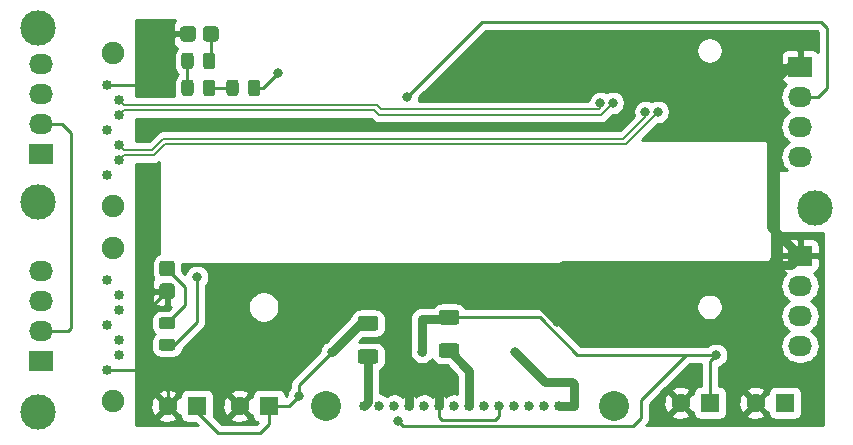
<source format=gbr>
%TF.GenerationSoftware,KiCad,Pcbnew,(5.1.10)-1*%
%TF.CreationDate,2021-07-19T20:27:22+08:00*%
%TF.ProjectId,2.5_SAS_Backend,322e355f-5341-4535-9f42-61636b656e64,rev?*%
%TF.SameCoordinates,Original*%
%TF.FileFunction,Copper,L1,Top*%
%TF.FilePolarity,Positive*%
%FSLAX46Y46*%
G04 Gerber Fmt 4.6, Leading zero omitted, Abs format (unit mm)*
G04 Created by KiCad (PCBNEW (5.1.10)-1) date 2021-07-19 20:27:22*
%MOMM*%
%LPD*%
G01*
G04 APERTURE LIST*
%TA.AperFunction,WasherPad*%
%ADD10C,1.900000*%
%TD*%
%TA.AperFunction,ComponentPad*%
%ADD11C,0.850000*%
%TD*%
%TA.AperFunction,ComponentPad*%
%ADD12C,0.840000*%
%TD*%
%TA.AperFunction,WasherPad*%
%ADD13C,2.540000*%
%TD*%
%TA.AperFunction,ComponentPad*%
%ADD14C,1.600000*%
%TD*%
%TA.AperFunction,ComponentPad*%
%ADD15R,1.600000X1.600000*%
%TD*%
%TA.AperFunction,ComponentPad*%
%ADD16R,2.030000X1.730000*%
%TD*%
%TA.AperFunction,ComponentPad*%
%ADD17O,2.030000X1.730000*%
%TD*%
%TA.AperFunction,ViaPad*%
%ADD18C,3.000000*%
%TD*%
%TA.AperFunction,ViaPad*%
%ADD19C,0.800000*%
%TD*%
%TA.AperFunction,Conductor*%
%ADD20C,0.250000*%
%TD*%
%TA.AperFunction,Conductor*%
%ADD21C,0.750000*%
%TD*%
%TA.AperFunction,Conductor*%
%ADD22C,0.200000*%
%TD*%
%TA.AperFunction,Conductor*%
%ADD23C,0.254000*%
%TD*%
%TA.AperFunction,Conductor*%
%ADD24C,0.100000*%
%TD*%
G04 APERTURE END LIST*
%TO.P,F2,2*%
%TO.N,Net-(F2-Pad2)*%
%TA.AperFunction,SMDPad,CuDef*%
G36*
G01*
X67955000Y-58941000D02*
X69205000Y-58941000D01*
G75*
G02*
X69455000Y-59191000I0J-250000D01*
G01*
X69455000Y-59941000D01*
G75*
G02*
X69205000Y-60191000I-250000J0D01*
G01*
X67955000Y-60191000D01*
G75*
G02*
X67705000Y-59941000I0J250000D01*
G01*
X67705000Y-59191000D01*
G75*
G02*
X67955000Y-58941000I250000J0D01*
G01*
G37*
%TD.AperFunction*%
%TO.P,F2,1*%
%TO.N,+5V*%
%TA.AperFunction,SMDPad,CuDef*%
G36*
G01*
X67955000Y-56141000D02*
X69205000Y-56141000D01*
G75*
G02*
X69455000Y-56391000I0J-250000D01*
G01*
X69455000Y-57141000D01*
G75*
G02*
X69205000Y-57391000I-250000J0D01*
G01*
X67955000Y-57391000D01*
G75*
G02*
X67705000Y-57141000I0J250000D01*
G01*
X67705000Y-56391000D01*
G75*
G02*
X67955000Y-56141000I250000J0D01*
G01*
G37*
%TD.AperFunction*%
%TD*%
%TO.P,F1,2*%
%TO.N,Net-(F1-Pad2)*%
%TA.AperFunction,SMDPad,CuDef*%
G36*
G01*
X61097000Y-59449000D02*
X62347000Y-59449000D01*
G75*
G02*
X62597000Y-59699000I0J-250000D01*
G01*
X62597000Y-60449000D01*
G75*
G02*
X62347000Y-60699000I-250000J0D01*
G01*
X61097000Y-60699000D01*
G75*
G02*
X60847000Y-60449000I0J250000D01*
G01*
X60847000Y-59699000D01*
G75*
G02*
X61097000Y-59449000I250000J0D01*
G01*
G37*
%TD.AperFunction*%
%TO.P,F1,1*%
%TO.N,+12V*%
%TA.AperFunction,SMDPad,CuDef*%
G36*
G01*
X61097000Y-56649000D02*
X62347000Y-56649000D01*
G75*
G02*
X62597000Y-56899000I0J-250000D01*
G01*
X62597000Y-57649000D01*
G75*
G02*
X62347000Y-57899000I-250000J0D01*
G01*
X61097000Y-57899000D01*
G75*
G02*
X60847000Y-57649000I0J250000D01*
G01*
X60847000Y-56899000D01*
G75*
G02*
X61097000Y-56649000I250000J0D01*
G01*
G37*
%TD.AperFunction*%
%TD*%
%TO.P,R4,2*%
%TO.N,Net-(R3-Pad1)*%
%TA.AperFunction,SMDPad,CuDef*%
G36*
G01*
X46947500Y-34601999D02*
X46947500Y-35502001D01*
G75*
G02*
X46697501Y-35752000I-249999J0D01*
G01*
X46172499Y-35752000D01*
G75*
G02*
X45922500Y-35502001I0J249999D01*
G01*
X45922500Y-34601999D01*
G75*
G02*
X46172499Y-34352000I249999J0D01*
G01*
X46697501Y-34352000D01*
G75*
G02*
X46947500Y-34601999I0J-249999D01*
G01*
G37*
%TD.AperFunction*%
%TO.P,R4,1*%
%TO.N,Net-(D2-Pad2)*%
%TA.AperFunction,SMDPad,CuDef*%
G36*
G01*
X48772500Y-34601999D02*
X48772500Y-35502001D01*
G75*
G02*
X48522501Y-35752000I-249999J0D01*
G01*
X47997499Y-35752000D01*
G75*
G02*
X47747500Y-35502001I0J249999D01*
G01*
X47747500Y-34601999D01*
G75*
G02*
X47997499Y-34352000I249999J0D01*
G01*
X48522501Y-34352000D01*
G75*
G02*
X48772500Y-34601999I0J-249999D01*
G01*
G37*
%TD.AperFunction*%
%TD*%
%TO.P,R3,2*%
%TO.N,Net-(R2-Pad1)*%
%TA.AperFunction,SMDPad,CuDef*%
G36*
G01*
X47747500Y-37788001D02*
X47747500Y-36887999D01*
G75*
G02*
X47997499Y-36638000I249999J0D01*
G01*
X48522501Y-36638000D01*
G75*
G02*
X48772500Y-36887999I0J-249999D01*
G01*
X48772500Y-37788001D01*
G75*
G02*
X48522501Y-38038000I-249999J0D01*
G01*
X47997499Y-38038000D01*
G75*
G02*
X47747500Y-37788001I0J249999D01*
G01*
G37*
%TD.AperFunction*%
%TO.P,R3,1*%
%TO.N,Net-(R3-Pad1)*%
%TA.AperFunction,SMDPad,CuDef*%
G36*
G01*
X45922500Y-37788001D02*
X45922500Y-36887999D01*
G75*
G02*
X46172499Y-36638000I249999J0D01*
G01*
X46697501Y-36638000D01*
G75*
G02*
X46947500Y-36887999I0J-249999D01*
G01*
X46947500Y-37788001D01*
G75*
G02*
X46697501Y-38038000I-249999J0D01*
G01*
X46172499Y-38038000D01*
G75*
G02*
X45922500Y-37788001I0J249999D01*
G01*
G37*
%TD.AperFunction*%
%TD*%
%TO.P,R2,2*%
%TO.N,+12V*%
%TA.AperFunction,SMDPad,CuDef*%
G36*
G01*
X51557500Y-37788001D02*
X51557500Y-36887999D01*
G75*
G02*
X51807499Y-36638000I249999J0D01*
G01*
X52332501Y-36638000D01*
G75*
G02*
X52582500Y-36887999I0J-249999D01*
G01*
X52582500Y-37788001D01*
G75*
G02*
X52332501Y-38038000I-249999J0D01*
G01*
X51807499Y-38038000D01*
G75*
G02*
X51557500Y-37788001I0J249999D01*
G01*
G37*
%TD.AperFunction*%
%TO.P,R2,1*%
%TO.N,Net-(R2-Pad1)*%
%TA.AperFunction,SMDPad,CuDef*%
G36*
G01*
X49732500Y-37788001D02*
X49732500Y-36887999D01*
G75*
G02*
X49982499Y-36638000I249999J0D01*
G01*
X50507501Y-36638000D01*
G75*
G02*
X50757500Y-36887999I0J-249999D01*
G01*
X50757500Y-37788001D01*
G75*
G02*
X50507501Y-38038000I-249999J0D01*
G01*
X49982499Y-38038000D01*
G75*
G02*
X49732500Y-37788001I0J249999D01*
G01*
G37*
%TD.AperFunction*%
%TD*%
%TO.P,D2,2*%
%TO.N,Net-(D2-Pad2)*%
%TA.AperFunction,SMDPad,CuDef*%
G36*
G01*
X47744500Y-33166000D02*
X47744500Y-32366000D01*
G75*
G02*
X47994500Y-32116000I250000J0D01*
G01*
X48819500Y-32116000D01*
G75*
G02*
X49069500Y-32366000I0J-250000D01*
G01*
X49069500Y-33166000D01*
G75*
G02*
X48819500Y-33416000I-250000J0D01*
G01*
X47994500Y-33416000D01*
G75*
G02*
X47744500Y-33166000I0J250000D01*
G01*
G37*
%TD.AperFunction*%
%TO.P,D2,1*%
%TO.N,GND*%
%TA.AperFunction,SMDPad,CuDef*%
G36*
G01*
X45819500Y-33166000D02*
X45819500Y-32366000D01*
G75*
G02*
X46069500Y-32116000I250000J0D01*
G01*
X46894500Y-32116000D01*
G75*
G02*
X47144500Y-32366000I0J-250000D01*
G01*
X47144500Y-33166000D01*
G75*
G02*
X46894500Y-33416000I-250000J0D01*
G01*
X46069500Y-33416000D01*
G75*
G02*
X45819500Y-33166000I0J250000D01*
G01*
G37*
%TD.AperFunction*%
%TD*%
D10*
%TO.P,U5,*%
%TO.N,*%
X40132000Y-63874000D03*
X40132000Y-50934000D03*
D11*
%TO.P,U5,1*%
%TO.N,GND*%
X39632000Y-61214000D03*
%TO.P,U5,2*%
%TO.N,/S2_TXD_P*%
X40632000Y-59944000D03*
%TO.P,U5,3*%
%TO.N,/S2_TXD_N*%
X40632000Y-58674000D03*
%TO.P,U5,4*%
%TO.N,GND*%
X39632000Y-57404000D03*
%TO.P,U5,5*%
%TO.N,/S2_RXD_N*%
X40632000Y-56134000D03*
%TO.P,U5,6*%
%TO.N,/S2_RXD_P*%
X40632000Y-54864000D03*
%TO.P,U5,7*%
%TO.N,GND*%
X39632000Y-53594000D03*
%TD*%
D10*
%TO.P,U3,*%
%TO.N,*%
X40132000Y-47364000D03*
X40132000Y-34424000D03*
D11*
%TO.P,U3,1*%
%TO.N,GND*%
X39632000Y-44704000D03*
%TO.P,U3,2*%
%TO.N,/S1_TXD_P*%
X40632000Y-43434000D03*
%TO.P,U3,3*%
%TO.N,/S1_TXD_N*%
X40632000Y-42164000D03*
%TO.P,U3,4*%
%TO.N,GND*%
X39632000Y-40894000D03*
%TO.P,U3,5*%
%TO.N,/S1_RXD_N*%
X40632000Y-39624000D03*
%TO.P,U3,6*%
%TO.N,/S1_RXD_P*%
X40632000Y-38354000D03*
%TO.P,U3,7*%
%TO.N,GND*%
X39632000Y-37084000D03*
%TD*%
D12*
%TO.P,U2,14*%
%TO.N,Net-(F1-Pad2)*%
X62680000Y-64262000D03*
%TO.P,U2,13*%
X63950000Y-64262000D03*
%TO.P,U2,15*%
X61410000Y-64262000D03*
%TO.P,U2,10*%
%TO.N,GND*%
X67760000Y-64262000D03*
%TO.P,U2,12*%
X65220000Y-64262000D03*
%TO.P,U2,11*%
%TO.N,N/C*%
X66490000Y-64262000D03*
%TO.P,U2,9*%
%TO.N,Net-(F2-Pad2)*%
X69030000Y-64262000D03*
%TO.P,U2,8*%
X70300000Y-64262000D03*
%TO.P,U2,7*%
X71570000Y-64262000D03*
%TO.P,U2,6*%
%TO.N,GND*%
X72840000Y-64262000D03*
%TO.P,U2,5*%
X74110000Y-64262000D03*
%TO.P,U2,4*%
X75380000Y-64262000D03*
%TO.P,U2,3*%
%TO.N,N/C*%
X76650000Y-64262000D03*
%TO.P,U2,2*%
%TO.N,+3V3*%
X77920000Y-64262000D03*
%TO.P,U2,1*%
X79190000Y-64262000D03*
D13*
%TO.P,U2,*%
%TO.N,*%
X58140600Y-64262000D03*
X82550000Y-64262000D03*
%TD*%
D14*
%TO.P,5V_C2,2*%
%TO.N,GND*%
X88178000Y-64008000D03*
D15*
%TO.P,5V_C2,1*%
%TO.N,+5V*%
X90678000Y-64008000D03*
%TD*%
D14*
%TO.P,12V_C3,2*%
%TO.N,GND*%
X44744000Y-64262000D03*
D15*
%TO.P,12V_C3,1*%
%TO.N,+12V*%
X47244000Y-64262000D03*
%TD*%
D14*
%TO.P,12V_C4,2*%
%TO.N,GND*%
X50840000Y-64262000D03*
D15*
%TO.P,12V_C4,1*%
%TO.N,+12V*%
X53340000Y-64262000D03*
%TD*%
%TO.P,D1,2*%
%TO.N,Net-(D1-Pad2)*%
%TA.AperFunction,SMDPad,CuDef*%
G36*
G01*
X45104000Y-53294000D02*
X44304000Y-53294000D01*
G75*
G02*
X44054000Y-53044000I0J250000D01*
G01*
X44054000Y-52219000D01*
G75*
G02*
X44304000Y-51969000I250000J0D01*
G01*
X45104000Y-51969000D01*
G75*
G02*
X45354000Y-52219000I0J-250000D01*
G01*
X45354000Y-53044000D01*
G75*
G02*
X45104000Y-53294000I-250000J0D01*
G01*
G37*
%TD.AperFunction*%
%TO.P,D1,1*%
%TO.N,GND*%
%TA.AperFunction,SMDPad,CuDef*%
G36*
G01*
X45104000Y-55219000D02*
X44304000Y-55219000D01*
G75*
G02*
X44054000Y-54969000I0J250000D01*
G01*
X44054000Y-54144000D01*
G75*
G02*
X44304000Y-53894000I250000J0D01*
G01*
X45104000Y-53894000D01*
G75*
G02*
X45354000Y-54144000I0J-250000D01*
G01*
X45354000Y-54969000D01*
G75*
G02*
X45104000Y-55219000I-250000J0D01*
G01*
G37*
%TD.AperFunction*%
%TD*%
%TO.P,R1,2*%
%TO.N,Net-(D1-Pad2)*%
%TA.AperFunction,SMDPad,CuDef*%
G36*
G01*
X45154001Y-57766000D02*
X44253999Y-57766000D01*
G75*
G02*
X44004000Y-57516001I0J249999D01*
G01*
X44004000Y-56990999D01*
G75*
G02*
X44253999Y-56741000I249999J0D01*
G01*
X45154001Y-56741000D01*
G75*
G02*
X45404000Y-56990999I0J-249999D01*
G01*
X45404000Y-57516001D01*
G75*
G02*
X45154001Y-57766000I-249999J0D01*
G01*
G37*
%TD.AperFunction*%
%TO.P,R1,1*%
%TO.N,+5V*%
%TA.AperFunction,SMDPad,CuDef*%
G36*
G01*
X45154001Y-59591000D02*
X44253999Y-59591000D01*
G75*
G02*
X44004000Y-59341001I0J249999D01*
G01*
X44004000Y-58815999D01*
G75*
G02*
X44253999Y-58566000I249999J0D01*
G01*
X45154001Y-58566000D01*
G75*
G02*
X45404000Y-58815999I0J-249999D01*
G01*
X45404000Y-59341001D01*
G75*
G02*
X45154001Y-59591000I-249999J0D01*
G01*
G37*
%TD.AperFunction*%
%TD*%
D16*
%TO.P,M1,1*%
%TO.N,GND*%
X98298000Y-51562000D03*
D17*
%TO.P,M1,2*%
%TO.N,+5V*%
X98298000Y-54102000D03*
%TO.P,M1,3*%
%TO.N,N/C*%
X98298000Y-56642000D03*
%TO.P,M1,4*%
X98298000Y-59182000D03*
%TD*%
D16*
%TO.P,M2,1*%
%TO.N,GND*%
X98298000Y-35560000D03*
D17*
%TO.P,M2,2*%
%TO.N,+5V*%
X98298000Y-38100000D03*
%TO.P,M2,3*%
%TO.N,N/C*%
X98298000Y-40640000D03*
%TO.P,M2,4*%
X98298000Y-43180000D03*
%TD*%
D16*
%TO.P,M3,1*%
%TO.N,GND*%
X34036000Y-42926000D03*
D17*
%TO.P,M3,2*%
%TO.N,+12V*%
X34036000Y-40386000D03*
%TO.P,M3,3*%
%TO.N,N/C*%
X34036000Y-37846000D03*
%TO.P,M3,4*%
X34036000Y-35306000D03*
%TD*%
D16*
%TO.P,M4,1*%
%TO.N,GND*%
X34036000Y-60452000D03*
D17*
%TO.P,M4,2*%
%TO.N,+12V*%
X34036000Y-57912000D03*
%TO.P,M4,3*%
%TO.N,N/C*%
X34036000Y-55372000D03*
%TO.P,M4,4*%
X34036000Y-52832000D03*
%TD*%
D14*
%TO.P,5V_C1,2*%
%TO.N,GND*%
X94528000Y-64008000D03*
D15*
%TO.P,5V_C1,1*%
%TO.N,+5V*%
X97028000Y-64008000D03*
%TD*%
D18*
%TO.N,*%
X33782000Y-64770000D03*
X99568000Y-47498000D03*
X33782000Y-46990000D03*
X33782000Y-32258000D03*
D19*
%TO.N,+12V*%
X58674000Y-59690000D03*
X54102000Y-36068000D03*
X55880000Y-63391999D03*
%TO.N,GND*%
X58420000Y-55118000D03*
X65532000Y-53848000D03*
X77724000Y-57150000D03*
X47244000Y-60960000D03*
X67310000Y-40640000D03*
X75438000Y-55118000D03*
%TO.N,+5V*%
X66294000Y-59690000D03*
X64262000Y-65532000D03*
X91186000Y-59944000D03*
X65024000Y-38100000D03*
X47244000Y-53340000D03*
%TO.N,+3V3*%
X74168000Y-59690000D03*
%TO.N,/S1_TXD_P*%
X86250000Y-39370000D03*
%TO.N,/S1_TXD_N*%
X85200000Y-39370000D03*
%TO.N,/S1_RXD_N*%
X82440000Y-38608000D03*
%TO.N,/S1_RXD_P*%
X81390000Y-38608000D03*
%TD*%
D20*
%TO.N,+12V*%
X36576000Y-41148000D02*
X36576000Y-57658000D01*
X36322000Y-57912000D02*
X34036000Y-57912000D01*
X34036000Y-40386000D02*
X35814000Y-40386000D01*
X33782000Y-57912000D02*
X34798000Y-57912000D01*
X36576000Y-57658000D02*
X36322000Y-57912000D01*
X35814000Y-40386000D02*
X36576000Y-41148000D01*
X52832000Y-37338000D02*
X54102000Y-36068000D01*
X52070000Y-37338000D02*
X52832000Y-37338000D01*
X55880000Y-62484000D02*
X58674000Y-59690000D01*
X55880000Y-63391999D02*
X55880000Y-62484000D01*
D21*
X61090000Y-57274000D02*
X58674000Y-59690000D01*
X61722000Y-57274000D02*
X61090000Y-57274000D01*
D20*
X47244000Y-64262000D02*
X47244000Y-64770000D01*
X47244000Y-64770000D02*
X49022000Y-66548000D01*
X49022000Y-66548000D02*
X52578000Y-66548000D01*
X53340000Y-65786000D02*
X53340000Y-64262000D01*
X52578000Y-66548000D02*
X53340000Y-65786000D01*
X55009999Y-64262000D02*
X55880000Y-63391999D01*
X53340000Y-64262000D02*
X55009999Y-64262000D01*
D21*
%TO.N,GND*%
X64262000Y-55118000D02*
X58420000Y-55118000D01*
X64516000Y-54864000D02*
X65532000Y-53848000D01*
D20*
X72840000Y-65082000D02*
X72440011Y-65481989D01*
D21*
X65532000Y-53848000D02*
X64262000Y-55118000D01*
X64516000Y-62738000D02*
X64516000Y-54864000D01*
D20*
X67760000Y-65220000D02*
X67760000Y-64262000D01*
X72440011Y-65481989D02*
X68021989Y-65481989D01*
X72840000Y-64262000D02*
X72840000Y-65082000D01*
X68021989Y-65481989D02*
X67760000Y-65220000D01*
X44516500Y-54744000D02*
X44704000Y-54556500D01*
X43180000Y-56080500D02*
X44704000Y-54556500D01*
X43180000Y-60960000D02*
X43180000Y-56080500D01*
X42926000Y-61214000D02*
X43180000Y-60960000D01*
X39632000Y-61214000D02*
X42926000Y-61214000D01*
D21*
X65220000Y-63442000D02*
X65220000Y-64262000D01*
X64516000Y-62738000D02*
X65220000Y-63442000D01*
X64516000Y-62738000D02*
X67818000Y-62738000D01*
X67760000Y-62796000D02*
X67760000Y-64262000D01*
X67818000Y-62738000D02*
X67760000Y-62796000D01*
D20*
X47244000Y-61214000D02*
X47244000Y-60960000D01*
X47204000Y-61254000D02*
X47244000Y-61214000D01*
X98044000Y-51308000D02*
X98298000Y-51562000D01*
X46482000Y-32766000D02*
X45466000Y-32766000D01*
X45466000Y-32766000D02*
X43688000Y-34544000D01*
X43688000Y-34544000D02*
X43688000Y-36068000D01*
X42672000Y-37084000D02*
X39632000Y-37084000D01*
X43688000Y-36068000D02*
X42672000Y-37084000D01*
X44744000Y-63032000D02*
X42926000Y-61214000D01*
X44744000Y-64262000D02*
X44744000Y-63032000D01*
X47538000Y-60960000D02*
X47244000Y-60960000D01*
X50840000Y-64262000D02*
X47538000Y-60960000D01*
D21*
X47244000Y-60960000D02*
X43180000Y-60960000D01*
X95850010Y-49114010D02*
X98298000Y-51562000D01*
X95850010Y-36991990D02*
X95850010Y-49114010D01*
X97282000Y-35560000D02*
X95850010Y-36991990D01*
X98298000Y-35560000D02*
X97282000Y-35560000D01*
D20*
X77470000Y-57150000D02*
X77724000Y-57150000D01*
X75438000Y-55118000D02*
X77470000Y-57150000D01*
D21*
X98298000Y-51562000D02*
X97536000Y-52324000D01*
X78232000Y-52324000D02*
X75438000Y-55118000D01*
X97536000Y-52324000D02*
X78232000Y-52324000D01*
D20*
%TO.N,+5V*%
X84836000Y-65278000D02*
X84182001Y-65931999D01*
X84182001Y-65931999D02*
X64661999Y-65931999D01*
X64661999Y-65931999D02*
X64262000Y-65532000D01*
X84836000Y-63754000D02*
X84836000Y-65278000D01*
X88646000Y-59944000D02*
X84836000Y-63754000D01*
X91186000Y-59944000D02*
X88646000Y-59944000D01*
X98298000Y-38100000D02*
X99822000Y-38100000D01*
X99822000Y-38100000D02*
X100584000Y-37338000D01*
X100584000Y-37338000D02*
X100584000Y-32258000D01*
X100584000Y-32258000D02*
X100076000Y-31750000D01*
X71374000Y-31750000D02*
X65024000Y-38100000D01*
X100076000Y-31750000D02*
X71374000Y-31750000D01*
D21*
X66294000Y-59690000D02*
X66294000Y-56896000D01*
X68450000Y-56896000D02*
X68580000Y-56766000D01*
X66294000Y-56896000D02*
X68450000Y-56896000D01*
D20*
X76266998Y-56766000D02*
X68580000Y-56766000D01*
X79444998Y-59944000D02*
X76266998Y-56766000D01*
X91186000Y-59944000D02*
X79444998Y-59944000D01*
X90678000Y-60452000D02*
X91186000Y-59944000D01*
X90678000Y-64008000D02*
X90678000Y-60452000D01*
X44704000Y-59078500D02*
X45315500Y-59078500D01*
X47244000Y-57150000D02*
X47244000Y-53340000D01*
X45315500Y-59078500D02*
X47244000Y-57150000D01*
D21*
%TO.N,+3V3*%
X76708000Y-62230000D02*
X74168000Y-59690000D01*
X79190000Y-64262000D02*
X77920000Y-64262000D01*
X76708000Y-62230000D02*
X78994000Y-62230000D01*
X79190000Y-62426000D02*
X79190000Y-64262000D01*
X78994000Y-62230000D02*
X79190000Y-62426000D01*
D20*
%TO.N,Net-(D1-Pad2)*%
X46228000Y-55729500D02*
X46228000Y-54155500D01*
X46228000Y-54155500D02*
X44704000Y-52631500D01*
X44704000Y-57253500D02*
X46228000Y-55729500D01*
D22*
%TO.N,/S1_TXD_P*%
X41042000Y-43024000D02*
X40632000Y-43434000D01*
X43638367Y-43024000D02*
X41042000Y-43024000D01*
X44569377Y-42092990D02*
X43638367Y-43024000D01*
X83527010Y-42092990D02*
X44569377Y-42092990D01*
X86250000Y-39370000D02*
X83527010Y-42092990D01*
%TO.N,/S1_TXD_N*%
X41042000Y-42574000D02*
X40632000Y-42164000D01*
X44382985Y-41642999D02*
X43451984Y-42574000D01*
X43451984Y-42574000D02*
X41042000Y-42574000D01*
X85200000Y-39783603D02*
X83340604Y-41642999D01*
X85200000Y-39370000D02*
X85200000Y-39783603D01*
X83340604Y-41642999D02*
X44382985Y-41642999D01*
%TO.N,/S1_RXD_N*%
X81453000Y-39595000D02*
X62644800Y-39595000D01*
X82440000Y-38608000D02*
X81453000Y-39595000D01*
X41042000Y-39214000D02*
X40632000Y-39624000D01*
X62263800Y-39214000D02*
X41042000Y-39214000D01*
X62644800Y-39595000D02*
X62263800Y-39214000D01*
%TO.N,/S1_RXD_P*%
X81390000Y-39021603D02*
X81266603Y-39145000D01*
X81390000Y-38608000D02*
X81390000Y-39021603D01*
X81266603Y-39145000D02*
X62831200Y-39145000D01*
X41042000Y-38764000D02*
X40632000Y-38354000D01*
X62450200Y-38764000D02*
X41042000Y-38764000D01*
X62831200Y-39145000D02*
X62450200Y-38764000D01*
D20*
%TO.N,Net-(D2-Pad2)*%
X48407000Y-34905000D02*
X48260000Y-35052000D01*
X48407000Y-32766000D02*
X48407000Y-34905000D01*
%TO.N,Net-(R2-Pad1)*%
X48260000Y-37338000D02*
X50245000Y-37338000D01*
%TO.N,Net-(R3-Pad1)*%
X46435000Y-35052000D02*
X46435000Y-37338000D01*
D21*
%TO.N,Net-(F1-Pad2)*%
X61722000Y-63950000D02*
X61410000Y-64262000D01*
X61722000Y-60074000D02*
X61722000Y-63950000D01*
%TO.N,Net-(F2-Pad2)*%
X70300000Y-61286000D02*
X70300000Y-64262000D01*
X68580000Y-59566000D02*
X70300000Y-61286000D01*
%TD*%
D23*
%TO.N,GND*%
X99824001Y-32572802D02*
X99824001Y-34316701D01*
X99764185Y-34243815D01*
X99667494Y-34164463D01*
X99557180Y-34105498D01*
X99437482Y-34069188D01*
X99313000Y-34056928D01*
X98583750Y-34060000D01*
X98425000Y-34218750D01*
X98425000Y-35433000D01*
X98445000Y-35433000D01*
X98445000Y-35687000D01*
X98425000Y-35687000D01*
X98425000Y-35707000D01*
X98171000Y-35707000D01*
X98171000Y-35687000D01*
X96806750Y-35687000D01*
X96648000Y-35845750D01*
X96644928Y-36425000D01*
X96657188Y-36549482D01*
X96693498Y-36669180D01*
X96752463Y-36779494D01*
X96831815Y-36876185D01*
X96928506Y-36955537D01*
X97038820Y-37014502D01*
X97088030Y-37029430D01*
X97082208Y-37034208D01*
X96894762Y-37262613D01*
X96755476Y-37523198D01*
X96669705Y-37805949D01*
X96640743Y-38100000D01*
X96669705Y-38394051D01*
X96755476Y-38676802D01*
X96894762Y-38937387D01*
X97082208Y-39165792D01*
X97310613Y-39353238D01*
X97341972Y-39370000D01*
X97310613Y-39386762D01*
X97082208Y-39574208D01*
X96894762Y-39802613D01*
X96755476Y-40063198D01*
X96669705Y-40345949D01*
X96640743Y-40640000D01*
X96669705Y-40934051D01*
X96755476Y-41216802D01*
X96894762Y-41477387D01*
X97082208Y-41705792D01*
X97310613Y-41893238D01*
X97341972Y-41910000D01*
X97310613Y-41926762D01*
X97082208Y-42114208D01*
X96894762Y-42342613D01*
X96755476Y-42603198D01*
X96669705Y-42885949D01*
X96640743Y-43180000D01*
X96669705Y-43474051D01*
X96755476Y-43756802D01*
X96894762Y-44017387D01*
X97082208Y-44245792D01*
X97176287Y-44323000D01*
X96520000Y-44323000D01*
X96495224Y-44325440D01*
X96471399Y-44332667D01*
X96449443Y-44344403D01*
X96430197Y-44360197D01*
X96414403Y-44379443D01*
X96402667Y-44401399D01*
X96395440Y-44425224D01*
X96393000Y-44450000D01*
X96393000Y-49530000D01*
X96395440Y-49554776D01*
X96402667Y-49578601D01*
X96414403Y-49600557D01*
X96430197Y-49619803D01*
X96449443Y-49635597D01*
X96471399Y-49647333D01*
X96495224Y-49654560D01*
X96520000Y-49657000D01*
X100203000Y-49657000D01*
X100203000Y-65913000D01*
X85275802Y-65913000D01*
X85347002Y-65841800D01*
X85376001Y-65818001D01*
X85470974Y-65702276D01*
X85541546Y-65570247D01*
X85585003Y-65426986D01*
X85596000Y-65315333D01*
X85596000Y-65315324D01*
X85599676Y-65278001D01*
X85596000Y-65240678D01*
X85596000Y-65000702D01*
X87364903Y-65000702D01*
X87436486Y-65244671D01*
X87691996Y-65365571D01*
X87966184Y-65434300D01*
X88248512Y-65448217D01*
X88528130Y-65406787D01*
X88794292Y-65311603D01*
X88919514Y-65244671D01*
X88991097Y-65000702D01*
X88178000Y-64187605D01*
X87364903Y-65000702D01*
X85596000Y-65000702D01*
X85596000Y-64078512D01*
X86737783Y-64078512D01*
X86779213Y-64358130D01*
X86874397Y-64624292D01*
X86941329Y-64749514D01*
X87185298Y-64821097D01*
X87998395Y-64008000D01*
X87185298Y-63194903D01*
X86941329Y-63266486D01*
X86820429Y-63521996D01*
X86751700Y-63796184D01*
X86737783Y-64078512D01*
X85596000Y-64078512D01*
X85596000Y-64068801D01*
X86649503Y-63015298D01*
X87364903Y-63015298D01*
X88178000Y-63828395D01*
X88991097Y-63015298D01*
X88919514Y-62771329D01*
X88664004Y-62650429D01*
X88389816Y-62581700D01*
X88107488Y-62567783D01*
X87827870Y-62609213D01*
X87561708Y-62704397D01*
X87436486Y-62771329D01*
X87364903Y-63015298D01*
X86649503Y-63015298D01*
X88960802Y-60704000D01*
X89918001Y-60704000D01*
X89918000Y-62569928D01*
X89878000Y-62569928D01*
X89753518Y-62582188D01*
X89633820Y-62618498D01*
X89523506Y-62677463D01*
X89426815Y-62756815D01*
X89347463Y-62853506D01*
X89288498Y-62963820D01*
X89252188Y-63083518D01*
X89239928Y-63208000D01*
X89239928Y-63215215D01*
X89170702Y-63194903D01*
X88357605Y-64008000D01*
X89170702Y-64821097D01*
X89239928Y-64800785D01*
X89239928Y-64808000D01*
X89252188Y-64932482D01*
X89288498Y-65052180D01*
X89347463Y-65162494D01*
X89426815Y-65259185D01*
X89523506Y-65338537D01*
X89633820Y-65397502D01*
X89753518Y-65433812D01*
X89878000Y-65446072D01*
X91478000Y-65446072D01*
X91602482Y-65433812D01*
X91722180Y-65397502D01*
X91832494Y-65338537D01*
X91929185Y-65259185D01*
X92008537Y-65162494D01*
X92067502Y-65052180D01*
X92083117Y-65000702D01*
X93714903Y-65000702D01*
X93786486Y-65244671D01*
X94041996Y-65365571D01*
X94316184Y-65434300D01*
X94598512Y-65448217D01*
X94878130Y-65406787D01*
X95144292Y-65311603D01*
X95269514Y-65244671D01*
X95341097Y-65000702D01*
X94528000Y-64187605D01*
X93714903Y-65000702D01*
X92083117Y-65000702D01*
X92103812Y-64932482D01*
X92116072Y-64808000D01*
X92116072Y-64078512D01*
X93087783Y-64078512D01*
X93129213Y-64358130D01*
X93224397Y-64624292D01*
X93291329Y-64749514D01*
X93535298Y-64821097D01*
X94348395Y-64008000D01*
X94707605Y-64008000D01*
X95520702Y-64821097D01*
X95589928Y-64800785D01*
X95589928Y-64808000D01*
X95602188Y-64932482D01*
X95638498Y-65052180D01*
X95697463Y-65162494D01*
X95776815Y-65259185D01*
X95873506Y-65338537D01*
X95983820Y-65397502D01*
X96103518Y-65433812D01*
X96228000Y-65446072D01*
X97828000Y-65446072D01*
X97952482Y-65433812D01*
X98072180Y-65397502D01*
X98182494Y-65338537D01*
X98279185Y-65259185D01*
X98358537Y-65162494D01*
X98417502Y-65052180D01*
X98453812Y-64932482D01*
X98466072Y-64808000D01*
X98466072Y-63208000D01*
X98453812Y-63083518D01*
X98417502Y-62963820D01*
X98358537Y-62853506D01*
X98279185Y-62756815D01*
X98182494Y-62677463D01*
X98072180Y-62618498D01*
X97952482Y-62582188D01*
X97828000Y-62569928D01*
X96228000Y-62569928D01*
X96103518Y-62582188D01*
X95983820Y-62618498D01*
X95873506Y-62677463D01*
X95776815Y-62756815D01*
X95697463Y-62853506D01*
X95638498Y-62963820D01*
X95602188Y-63083518D01*
X95589928Y-63208000D01*
X95589928Y-63215215D01*
X95520702Y-63194903D01*
X94707605Y-64008000D01*
X94348395Y-64008000D01*
X93535298Y-63194903D01*
X93291329Y-63266486D01*
X93170429Y-63521996D01*
X93101700Y-63796184D01*
X93087783Y-64078512D01*
X92116072Y-64078512D01*
X92116072Y-63208000D01*
X92103812Y-63083518D01*
X92083118Y-63015298D01*
X93714903Y-63015298D01*
X94528000Y-63828395D01*
X95341097Y-63015298D01*
X95269514Y-62771329D01*
X95014004Y-62650429D01*
X94739816Y-62581700D01*
X94457488Y-62567783D01*
X94177870Y-62609213D01*
X93911708Y-62704397D01*
X93786486Y-62771329D01*
X93714903Y-63015298D01*
X92083118Y-63015298D01*
X92067502Y-62963820D01*
X92008537Y-62853506D01*
X91929185Y-62756815D01*
X91832494Y-62677463D01*
X91722180Y-62618498D01*
X91602482Y-62582188D01*
X91478000Y-62569928D01*
X91438000Y-62569928D01*
X91438000Y-60949151D01*
X91487898Y-60939226D01*
X91676256Y-60861205D01*
X91845774Y-60747937D01*
X91989937Y-60603774D01*
X92103205Y-60434256D01*
X92181226Y-60245898D01*
X92221000Y-60045939D01*
X92221000Y-59842061D01*
X92181226Y-59642102D01*
X92103205Y-59453744D01*
X91989937Y-59284226D01*
X91845774Y-59140063D01*
X91676256Y-59026795D01*
X91487898Y-58948774D01*
X91287939Y-58909000D01*
X91084061Y-58909000D01*
X90884102Y-58948774D01*
X90695744Y-59026795D01*
X90526226Y-59140063D01*
X90482289Y-59184000D01*
X88683325Y-59184000D01*
X88646000Y-59180324D01*
X88608675Y-59184000D01*
X79759800Y-59184000D01*
X76830802Y-56255003D01*
X76806999Y-56225999D01*
X76691274Y-56131026D01*
X76559245Y-56060454D01*
X76415984Y-56016997D01*
X76304331Y-56006000D01*
X76304320Y-56006000D01*
X76266998Y-56002324D01*
X76229676Y-56006000D01*
X70001339Y-56006000D01*
X69943405Y-55897614D01*
X69837209Y-55768212D01*
X89495000Y-55768212D01*
X89495000Y-55991788D01*
X89538617Y-56211067D01*
X89624176Y-56417624D01*
X89748388Y-56603520D01*
X89906480Y-56761612D01*
X90092376Y-56885824D01*
X90298933Y-56971383D01*
X90518212Y-57015000D01*
X90741788Y-57015000D01*
X90961067Y-56971383D01*
X91167624Y-56885824D01*
X91353520Y-56761612D01*
X91511612Y-56603520D01*
X91635824Y-56417624D01*
X91721383Y-56211067D01*
X91765000Y-55991788D01*
X91765000Y-55768212D01*
X91721383Y-55548933D01*
X91635824Y-55342376D01*
X91511612Y-55156480D01*
X91353520Y-54998388D01*
X91167624Y-54874176D01*
X90961067Y-54788617D01*
X90741788Y-54745000D01*
X90518212Y-54745000D01*
X90298933Y-54788617D01*
X90092376Y-54874176D01*
X89906480Y-54998388D01*
X89748388Y-55156480D01*
X89624176Y-55342376D01*
X89538617Y-55548933D01*
X89495000Y-55768212D01*
X69837209Y-55768212D01*
X69832962Y-55763038D01*
X69698386Y-55652595D01*
X69544850Y-55570528D01*
X69378254Y-55519992D01*
X69205000Y-55502928D01*
X67955000Y-55502928D01*
X67781746Y-55519992D01*
X67615150Y-55570528D01*
X67461614Y-55652595D01*
X67327038Y-55763038D01*
X67226126Y-55886000D01*
X66343608Y-55886000D01*
X66294000Y-55881114D01*
X66244393Y-55886000D01*
X66244392Y-55886000D01*
X66096006Y-55900615D01*
X65905620Y-55958368D01*
X65730160Y-56052153D01*
X65576367Y-56178367D01*
X65450153Y-56332160D01*
X65356368Y-56507620D01*
X65298615Y-56698006D01*
X65279114Y-56896000D01*
X65284001Y-56945617D01*
X65284000Y-59462376D01*
X65259000Y-59588061D01*
X65259000Y-59791939D01*
X65298774Y-59991898D01*
X65376795Y-60180256D01*
X65490063Y-60349774D01*
X65634226Y-60493937D01*
X65803744Y-60607205D01*
X65992102Y-60685226D01*
X66192061Y-60725000D01*
X66395939Y-60725000D01*
X66595898Y-60685226D01*
X66784256Y-60607205D01*
X66953774Y-60493937D01*
X67097937Y-60349774D01*
X67138733Y-60288718D01*
X67216595Y-60434386D01*
X67327038Y-60568962D01*
X67461614Y-60679405D01*
X67615150Y-60761472D01*
X67781746Y-60812008D01*
X67955000Y-60829072D01*
X68414717Y-60829072D01*
X69290000Y-61704355D01*
X69290001Y-63238049D01*
X69133908Y-63207000D01*
X68926092Y-63207000D01*
X68722268Y-63247543D01*
X68530270Y-63327071D01*
X68357477Y-63442528D01*
X68296541Y-63503464D01*
X68275881Y-63335885D01*
X68085292Y-63253037D01*
X67882204Y-63208962D01*
X67674418Y-63205355D01*
X67469921Y-63242354D01*
X67276572Y-63318538D01*
X67244119Y-63335885D01*
X67223459Y-63503464D01*
X67162523Y-63442528D01*
X66989730Y-63327071D01*
X66797732Y-63247543D01*
X66593908Y-63207000D01*
X66386092Y-63207000D01*
X66182268Y-63247543D01*
X65990270Y-63327071D01*
X65817477Y-63442528D01*
X65756541Y-63503464D01*
X65735881Y-63335885D01*
X65545292Y-63253037D01*
X65342204Y-63208962D01*
X65134418Y-63205355D01*
X64929921Y-63242354D01*
X64736572Y-63318538D01*
X64704119Y-63335885D01*
X64683459Y-63503464D01*
X64622523Y-63442528D01*
X64449730Y-63327071D01*
X64257732Y-63247543D01*
X64053908Y-63207000D01*
X63846092Y-63207000D01*
X63642268Y-63247543D01*
X63450270Y-63327071D01*
X63315000Y-63417456D01*
X63179730Y-63327071D01*
X62987732Y-63247543D01*
X62783908Y-63207000D01*
X62732000Y-63207000D01*
X62732000Y-61245339D01*
X62840386Y-61187405D01*
X62974962Y-61076962D01*
X63085405Y-60942386D01*
X63167472Y-60788850D01*
X63218008Y-60622254D01*
X63235072Y-60449000D01*
X63235072Y-59699000D01*
X63218008Y-59525746D01*
X63167472Y-59359150D01*
X63085405Y-59205614D01*
X62974962Y-59071038D01*
X62840386Y-58960595D01*
X62686850Y-58878528D01*
X62520254Y-58827992D01*
X62347000Y-58810928D01*
X61097000Y-58810928D01*
X60968801Y-58823554D01*
X61255284Y-58537072D01*
X62347000Y-58537072D01*
X62520254Y-58520008D01*
X62686850Y-58469472D01*
X62840386Y-58387405D01*
X62974962Y-58276962D01*
X63085405Y-58142386D01*
X63167472Y-57988850D01*
X63218008Y-57822254D01*
X63235072Y-57649000D01*
X63235072Y-56899000D01*
X63218008Y-56725746D01*
X63167472Y-56559150D01*
X63085405Y-56405614D01*
X62974962Y-56271038D01*
X62840386Y-56160595D01*
X62686850Y-56078528D01*
X62520254Y-56027992D01*
X62347000Y-56010928D01*
X61097000Y-56010928D01*
X60923746Y-56027992D01*
X60757150Y-56078528D01*
X60603614Y-56160595D01*
X60469038Y-56271038D01*
X60358595Y-56405614D01*
X60276528Y-56559150D01*
X60233000Y-56702644D01*
X58120776Y-58814868D01*
X58014226Y-58886063D01*
X57870063Y-59030226D01*
X57756795Y-59199744D01*
X57678774Y-59388102D01*
X57639000Y-59588061D01*
X57639000Y-59650198D01*
X55368998Y-61920201D01*
X55340000Y-61943999D01*
X55316202Y-61972997D01*
X55316201Y-61972998D01*
X55245026Y-62059724D01*
X55174454Y-62191754D01*
X55162853Y-62229999D01*
X55130998Y-62335014D01*
X55120000Y-62446667D01*
X55120000Y-62446678D01*
X55116324Y-62484000D01*
X55120000Y-62521322D01*
X55120000Y-62688288D01*
X55076063Y-62732225D01*
X54962795Y-62901743D01*
X54884774Y-63090101D01*
X54845000Y-63290060D01*
X54845000Y-63352198D01*
X54774228Y-63422970D01*
X54765812Y-63337518D01*
X54729502Y-63217820D01*
X54670537Y-63107506D01*
X54591185Y-63010815D01*
X54494494Y-62931463D01*
X54384180Y-62872498D01*
X54264482Y-62836188D01*
X54140000Y-62823928D01*
X52540000Y-62823928D01*
X52415518Y-62836188D01*
X52295820Y-62872498D01*
X52185506Y-62931463D01*
X52088815Y-63010815D01*
X52009463Y-63107506D01*
X51950498Y-63217820D01*
X51914188Y-63337518D01*
X51901928Y-63462000D01*
X51901928Y-63469215D01*
X51832702Y-63448903D01*
X51019605Y-64262000D01*
X51832702Y-65075097D01*
X51901928Y-65054785D01*
X51901928Y-65062000D01*
X51914188Y-65186482D01*
X51950498Y-65306180D01*
X52009463Y-65416494D01*
X52088815Y-65513185D01*
X52185506Y-65592537D01*
X52295820Y-65651502D01*
X52375520Y-65675679D01*
X52263199Y-65788000D01*
X49336802Y-65788000D01*
X48803504Y-65254702D01*
X50026903Y-65254702D01*
X50098486Y-65498671D01*
X50353996Y-65619571D01*
X50628184Y-65688300D01*
X50910512Y-65702217D01*
X51190130Y-65660787D01*
X51456292Y-65565603D01*
X51581514Y-65498671D01*
X51653097Y-65254702D01*
X50840000Y-64441605D01*
X50026903Y-65254702D01*
X48803504Y-65254702D01*
X48675682Y-65126881D01*
X48682072Y-65062000D01*
X48682072Y-64332512D01*
X49399783Y-64332512D01*
X49441213Y-64612130D01*
X49536397Y-64878292D01*
X49603329Y-65003514D01*
X49847298Y-65075097D01*
X50660395Y-64262000D01*
X49847298Y-63448903D01*
X49603329Y-63520486D01*
X49482429Y-63775996D01*
X49413700Y-64050184D01*
X49399783Y-64332512D01*
X48682072Y-64332512D01*
X48682072Y-63462000D01*
X48669812Y-63337518D01*
X48649118Y-63269298D01*
X50026903Y-63269298D01*
X50840000Y-64082395D01*
X51653097Y-63269298D01*
X51581514Y-63025329D01*
X51326004Y-62904429D01*
X51051816Y-62835700D01*
X50769488Y-62821783D01*
X50489870Y-62863213D01*
X50223708Y-62958397D01*
X50098486Y-63025329D01*
X50026903Y-63269298D01*
X48649118Y-63269298D01*
X48633502Y-63217820D01*
X48574537Y-63107506D01*
X48495185Y-63010815D01*
X48398494Y-62931463D01*
X48288180Y-62872498D01*
X48168482Y-62836188D01*
X48044000Y-62823928D01*
X46444000Y-62823928D01*
X46319518Y-62836188D01*
X46199820Y-62872498D01*
X46089506Y-62931463D01*
X45992815Y-63010815D01*
X45913463Y-63107506D01*
X45854498Y-63217820D01*
X45818188Y-63337518D01*
X45805928Y-63462000D01*
X45805928Y-63469215D01*
X45736702Y-63448903D01*
X44923605Y-64262000D01*
X45736702Y-65075097D01*
X45805928Y-65054785D01*
X45805928Y-65062000D01*
X45818188Y-65186482D01*
X45854498Y-65306180D01*
X45913463Y-65416494D01*
X45992815Y-65513185D01*
X46089506Y-65592537D01*
X46199820Y-65651502D01*
X46319518Y-65687812D01*
X46444000Y-65700072D01*
X47099271Y-65700072D01*
X47312199Y-65913000D01*
X42037000Y-65913000D01*
X42037000Y-65254702D01*
X43930903Y-65254702D01*
X44002486Y-65498671D01*
X44257996Y-65619571D01*
X44532184Y-65688300D01*
X44814512Y-65702217D01*
X45094130Y-65660787D01*
X45360292Y-65565603D01*
X45485514Y-65498671D01*
X45557097Y-65254702D01*
X44744000Y-64441605D01*
X43930903Y-65254702D01*
X42037000Y-65254702D01*
X42037000Y-64332512D01*
X43303783Y-64332512D01*
X43345213Y-64612130D01*
X43440397Y-64878292D01*
X43507329Y-65003514D01*
X43751298Y-65075097D01*
X44564395Y-64262000D01*
X43751298Y-63448903D01*
X43507329Y-63520486D01*
X43386429Y-63775996D01*
X43317700Y-64050184D01*
X43303783Y-64332512D01*
X42037000Y-64332512D01*
X42037000Y-63269298D01*
X43930903Y-63269298D01*
X44744000Y-64082395D01*
X45557097Y-63269298D01*
X45485514Y-63025329D01*
X45230004Y-62904429D01*
X44955816Y-62835700D01*
X44673488Y-62821783D01*
X44393870Y-62863213D01*
X44127708Y-62958397D01*
X44002486Y-63025329D01*
X43930903Y-63269298D01*
X42037000Y-63269298D01*
X42037000Y-55219000D01*
X43415928Y-55219000D01*
X43428188Y-55343482D01*
X43464498Y-55463180D01*
X43523463Y-55573494D01*
X43602815Y-55670185D01*
X43699506Y-55749537D01*
X43809820Y-55808502D01*
X43929518Y-55844812D01*
X44054000Y-55857072D01*
X44418250Y-55854000D01*
X44577000Y-55695250D01*
X44577000Y-54683500D01*
X43577750Y-54683500D01*
X43419000Y-54842250D01*
X43415928Y-55219000D01*
X42037000Y-55219000D01*
X42037000Y-43759000D01*
X43602262Y-43759000D01*
X43638367Y-43762556D01*
X43674472Y-43759000D01*
X43782452Y-43748365D01*
X43921000Y-43706337D01*
X44044000Y-43640592D01*
X44044001Y-51374306D01*
X43964150Y-51398528D01*
X43810614Y-51480595D01*
X43676038Y-51591038D01*
X43565595Y-51725614D01*
X43483528Y-51879150D01*
X43432992Y-52045746D01*
X43415928Y-52219000D01*
X43415928Y-53044000D01*
X43432992Y-53217254D01*
X43483528Y-53383850D01*
X43549664Y-53507580D01*
X43523463Y-53539506D01*
X43464498Y-53649820D01*
X43428188Y-53769518D01*
X43415928Y-53894000D01*
X43419000Y-54270750D01*
X43577750Y-54429500D01*
X44577000Y-54429500D01*
X44577000Y-54409500D01*
X44831000Y-54409500D01*
X44831000Y-54429500D01*
X44851000Y-54429500D01*
X44851000Y-54683500D01*
X44831000Y-54683500D01*
X44831000Y-55695250D01*
X44989750Y-55854000D01*
X45028372Y-55854326D01*
X44779770Y-56102928D01*
X44253999Y-56102928D01*
X44080745Y-56119992D01*
X43914149Y-56170528D01*
X43760613Y-56252595D01*
X43626038Y-56363038D01*
X43515595Y-56497613D01*
X43433528Y-56651149D01*
X43382992Y-56817745D01*
X43365928Y-56990999D01*
X43365928Y-57516001D01*
X43382992Y-57689255D01*
X43433528Y-57855851D01*
X43515595Y-58009387D01*
X43626038Y-58143962D01*
X43652891Y-58166000D01*
X43626038Y-58188038D01*
X43515595Y-58322613D01*
X43433528Y-58476149D01*
X43382992Y-58642745D01*
X43365928Y-58815999D01*
X43365928Y-59341001D01*
X43382992Y-59514255D01*
X43433528Y-59680851D01*
X43515595Y-59834387D01*
X43626038Y-59968962D01*
X43760613Y-60079405D01*
X43914149Y-60161472D01*
X44080745Y-60212008D01*
X44253999Y-60229072D01*
X45154001Y-60229072D01*
X45327255Y-60212008D01*
X45493851Y-60161472D01*
X45647387Y-60079405D01*
X45781962Y-59968962D01*
X45892405Y-59834387D01*
X45974472Y-59680851D01*
X46025008Y-59514255D01*
X46032706Y-59436095D01*
X47755004Y-57713798D01*
X47784001Y-57690001D01*
X47878974Y-57574276D01*
X47949546Y-57442247D01*
X47993003Y-57298986D01*
X48004000Y-57187333D01*
X48004000Y-57187323D01*
X48007676Y-57150000D01*
X48004000Y-57112677D01*
X48004000Y-55748514D01*
X51545000Y-55748514D01*
X51545000Y-56011486D01*
X51596304Y-56269405D01*
X51696939Y-56512359D01*
X51843038Y-56731013D01*
X52028987Y-56916962D01*
X52247641Y-57063061D01*
X52490595Y-57163696D01*
X52748514Y-57215000D01*
X53011486Y-57215000D01*
X53269405Y-57163696D01*
X53512359Y-57063061D01*
X53731013Y-56916962D01*
X53916962Y-56731013D01*
X54063061Y-56512359D01*
X54163696Y-56269405D01*
X54215000Y-56011486D01*
X54215000Y-55748514D01*
X54163696Y-55490595D01*
X54063061Y-55247641D01*
X53916962Y-55028987D01*
X53731013Y-54843038D01*
X53512359Y-54696939D01*
X53269405Y-54596304D01*
X53011486Y-54545000D01*
X52748514Y-54545000D01*
X52490595Y-54596304D01*
X52247641Y-54696939D01*
X52028987Y-54843038D01*
X51843038Y-55028987D01*
X51696939Y-55247641D01*
X51596304Y-55490595D01*
X51545000Y-55748514D01*
X48004000Y-55748514D01*
X48004000Y-54102000D01*
X96640743Y-54102000D01*
X96669705Y-54396051D01*
X96755476Y-54678802D01*
X96894762Y-54939387D01*
X97082208Y-55167792D01*
X97310613Y-55355238D01*
X97341972Y-55372000D01*
X97310613Y-55388762D01*
X97082208Y-55576208D01*
X96894762Y-55804613D01*
X96755476Y-56065198D01*
X96669705Y-56347949D01*
X96640743Y-56642000D01*
X96669705Y-56936051D01*
X96755476Y-57218802D01*
X96894762Y-57479387D01*
X97082208Y-57707792D01*
X97310613Y-57895238D01*
X97341972Y-57912000D01*
X97310613Y-57928762D01*
X97082208Y-58116208D01*
X96894762Y-58344613D01*
X96755476Y-58605198D01*
X96669705Y-58887949D01*
X96640743Y-59182000D01*
X96669705Y-59476051D01*
X96755476Y-59758802D01*
X96894762Y-60019387D01*
X97082208Y-60247792D01*
X97310613Y-60435238D01*
X97571198Y-60574524D01*
X97853949Y-60660295D01*
X98074320Y-60682000D01*
X98521680Y-60682000D01*
X98742051Y-60660295D01*
X99024802Y-60574524D01*
X99285387Y-60435238D01*
X99513792Y-60247792D01*
X99701238Y-60019387D01*
X99840524Y-59758802D01*
X99926295Y-59476051D01*
X99955257Y-59182000D01*
X99926295Y-58887949D01*
X99840524Y-58605198D01*
X99701238Y-58344613D01*
X99513792Y-58116208D01*
X99285387Y-57928762D01*
X99254028Y-57912000D01*
X99285387Y-57895238D01*
X99513792Y-57707792D01*
X99701238Y-57479387D01*
X99840524Y-57218802D01*
X99926295Y-56936051D01*
X99955257Y-56642000D01*
X99926295Y-56347949D01*
X99840524Y-56065198D01*
X99701238Y-55804613D01*
X99513792Y-55576208D01*
X99285387Y-55388762D01*
X99254028Y-55372000D01*
X99285387Y-55355238D01*
X99513792Y-55167792D01*
X99701238Y-54939387D01*
X99840524Y-54678802D01*
X99926295Y-54396051D01*
X99955257Y-54102000D01*
X99926295Y-53807949D01*
X99840524Y-53525198D01*
X99701238Y-53264613D01*
X99513792Y-53036208D01*
X99507970Y-53031430D01*
X99557180Y-53016502D01*
X99667494Y-52957537D01*
X99764185Y-52878185D01*
X99843537Y-52781494D01*
X99902502Y-52671180D01*
X99938812Y-52551482D01*
X99951072Y-52427000D01*
X99948000Y-51847750D01*
X99789250Y-51689000D01*
X98425000Y-51689000D01*
X98425000Y-51709000D01*
X98171000Y-51709000D01*
X98171000Y-51689000D01*
X96806750Y-51689000D01*
X96648000Y-51847750D01*
X96644928Y-52427000D01*
X96657188Y-52551482D01*
X96693498Y-52671180D01*
X96752463Y-52781494D01*
X96831815Y-52878185D01*
X96928506Y-52957537D01*
X97038820Y-53016502D01*
X97088030Y-53031430D01*
X97082208Y-53036208D01*
X96894762Y-53264613D01*
X96755476Y-53525198D01*
X96669705Y-53807949D01*
X96640743Y-54102000D01*
X48004000Y-54102000D01*
X48004000Y-54043711D01*
X48047937Y-53999774D01*
X48161205Y-53830256D01*
X48239226Y-53641898D01*
X48279000Y-53441939D01*
X48279000Y-53238061D01*
X48239226Y-53038102D01*
X48161205Y-52849744D01*
X48047937Y-52680226D01*
X47903774Y-52536063D01*
X47734256Y-52422795D01*
X47545898Y-52344774D01*
X47345939Y-52305000D01*
X47142061Y-52305000D01*
X46942102Y-52344774D01*
X46753744Y-52422795D01*
X46584226Y-52536063D01*
X46440063Y-52680226D01*
X46326795Y-52849744D01*
X46248774Y-53038102D01*
X46238260Y-53090958D01*
X45992072Y-52844770D01*
X45992072Y-52222000D01*
X95217581Y-52222000D01*
X95250000Y-52225193D01*
X95282419Y-52222000D01*
X95379383Y-52212450D01*
X95503793Y-52174710D01*
X95618450Y-52113425D01*
X95718948Y-52030948D01*
X95801425Y-51930450D01*
X95862710Y-51815793D01*
X95900450Y-51691383D01*
X95913193Y-51562000D01*
X95910000Y-51529581D01*
X95910000Y-50697000D01*
X96644928Y-50697000D01*
X96648000Y-51276250D01*
X96806750Y-51435000D01*
X98171000Y-51435000D01*
X98171000Y-50220750D01*
X98425000Y-50220750D01*
X98425000Y-51435000D01*
X99789250Y-51435000D01*
X99948000Y-51276250D01*
X99951072Y-50697000D01*
X99938812Y-50572518D01*
X99902502Y-50452820D01*
X99843537Y-50342506D01*
X99764185Y-50245815D01*
X99667494Y-50166463D01*
X99557180Y-50107498D01*
X99437482Y-50071188D01*
X99313000Y-50058928D01*
X98583750Y-50062000D01*
X98425000Y-50220750D01*
X98171000Y-50220750D01*
X98012250Y-50062000D01*
X97283000Y-50058928D01*
X97158518Y-50071188D01*
X97038820Y-50107498D01*
X96928506Y-50166463D01*
X96831815Y-50245815D01*
X96752463Y-50342506D01*
X96693498Y-50452820D01*
X96657188Y-50572518D01*
X96644928Y-50697000D01*
X95910000Y-50697000D01*
X95910000Y-42450419D01*
X95913193Y-42418000D01*
X95900450Y-42288617D01*
X95862710Y-42164207D01*
X95801425Y-42049550D01*
X95718948Y-41949052D01*
X95618450Y-41866575D01*
X95503793Y-41805290D01*
X95379383Y-41767550D01*
X95282419Y-41758000D01*
X95250000Y-41754807D01*
X95217581Y-41758000D01*
X84901446Y-41758000D01*
X86254447Y-40405000D01*
X86351939Y-40405000D01*
X86551898Y-40365226D01*
X86740256Y-40287205D01*
X86909774Y-40173937D01*
X87053937Y-40029774D01*
X87167205Y-39860256D01*
X87245226Y-39671898D01*
X87285000Y-39471939D01*
X87285000Y-39268061D01*
X87245226Y-39068102D01*
X87167205Y-38879744D01*
X87053937Y-38710226D01*
X86909774Y-38566063D01*
X86740256Y-38452795D01*
X86551898Y-38374774D01*
X86351939Y-38335000D01*
X86148061Y-38335000D01*
X85948102Y-38374774D01*
X85759744Y-38452795D01*
X85725000Y-38476010D01*
X85690256Y-38452795D01*
X85501898Y-38374774D01*
X85301939Y-38335000D01*
X85098061Y-38335000D01*
X84898102Y-38374774D01*
X84709744Y-38452795D01*
X84540226Y-38566063D01*
X84396063Y-38710226D01*
X84282795Y-38879744D01*
X84204774Y-39068102D01*
X84165000Y-39268061D01*
X84165000Y-39471939D01*
X84204774Y-39671898D01*
X84224540Y-39719616D01*
X83036158Y-40907999D01*
X44419079Y-40907999D01*
X44382984Y-40904444D01*
X44346889Y-40907999D01*
X44346880Y-40907999D01*
X44238900Y-40918634D01*
X44100352Y-40960662D01*
X43972665Y-41028912D01*
X43860747Y-41120761D01*
X43837731Y-41148806D01*
X43147538Y-41839000D01*
X42037000Y-41839000D01*
X42037000Y-39949000D01*
X61959354Y-39949000D01*
X62099541Y-40089187D01*
X62122562Y-40117238D01*
X62234480Y-40209087D01*
X62362167Y-40277337D01*
X62500715Y-40319365D01*
X62608695Y-40330000D01*
X62608704Y-40330000D01*
X62644799Y-40333555D01*
X62680894Y-40330000D01*
X81416895Y-40330000D01*
X81453000Y-40333556D01*
X81489105Y-40330000D01*
X81597085Y-40319365D01*
X81735633Y-40277337D01*
X81863320Y-40209087D01*
X81975238Y-40117238D01*
X81998258Y-40089188D01*
X82444446Y-39643000D01*
X82541939Y-39643000D01*
X82741898Y-39603226D01*
X82930256Y-39525205D01*
X83099774Y-39411937D01*
X83243937Y-39267774D01*
X83357205Y-39098256D01*
X83435226Y-38909898D01*
X83475000Y-38709939D01*
X83475000Y-38506061D01*
X83435226Y-38306102D01*
X83357205Y-38117744D01*
X83243937Y-37948226D01*
X83099774Y-37804063D01*
X82930256Y-37690795D01*
X82741898Y-37612774D01*
X82541939Y-37573000D01*
X82338061Y-37573000D01*
X82138102Y-37612774D01*
X81949744Y-37690795D01*
X81915000Y-37714010D01*
X81880256Y-37690795D01*
X81691898Y-37612774D01*
X81491939Y-37573000D01*
X81288061Y-37573000D01*
X81088102Y-37612774D01*
X80899744Y-37690795D01*
X80730226Y-37804063D01*
X80586063Y-37948226D01*
X80472795Y-38117744D01*
X80394774Y-38306102D01*
X80374108Y-38410000D01*
X66015870Y-38410000D01*
X66019226Y-38401898D01*
X66059000Y-38201939D01*
X66059000Y-38139801D01*
X70147589Y-34051212D01*
X89495000Y-34051212D01*
X89495000Y-34274788D01*
X89538617Y-34494067D01*
X89624176Y-34700624D01*
X89748388Y-34886520D01*
X89906480Y-35044612D01*
X90092376Y-35168824D01*
X90298933Y-35254383D01*
X90518212Y-35298000D01*
X90741788Y-35298000D01*
X90961067Y-35254383D01*
X91167624Y-35168824D01*
X91353520Y-35044612D01*
X91511612Y-34886520D01*
X91635824Y-34700624D01*
X91638153Y-34695000D01*
X96644928Y-34695000D01*
X96648000Y-35274250D01*
X96806750Y-35433000D01*
X98171000Y-35433000D01*
X98171000Y-34218750D01*
X98012250Y-34060000D01*
X97283000Y-34056928D01*
X97158518Y-34069188D01*
X97038820Y-34105498D01*
X96928506Y-34164463D01*
X96831815Y-34243815D01*
X96752463Y-34340506D01*
X96693498Y-34450820D01*
X96657188Y-34570518D01*
X96644928Y-34695000D01*
X91638153Y-34695000D01*
X91721383Y-34494067D01*
X91765000Y-34274788D01*
X91765000Y-34051212D01*
X91721383Y-33831933D01*
X91635824Y-33625376D01*
X91511612Y-33439480D01*
X91353520Y-33281388D01*
X91167624Y-33157176D01*
X90961067Y-33071617D01*
X90741788Y-33028000D01*
X90518212Y-33028000D01*
X90298933Y-33071617D01*
X90092376Y-33157176D01*
X89906480Y-33281388D01*
X89748388Y-33439480D01*
X89624176Y-33625376D01*
X89538617Y-33831933D01*
X89495000Y-34051212D01*
X70147589Y-34051212D01*
X71688802Y-32510000D01*
X99761199Y-32510000D01*
X99824001Y-32572802D01*
%TA.AperFunction,Conductor*%
D24*
G36*
X99824001Y-32572802D02*
G01*
X99824001Y-34316701D01*
X99764185Y-34243815D01*
X99667494Y-34164463D01*
X99557180Y-34105498D01*
X99437482Y-34069188D01*
X99313000Y-34056928D01*
X98583750Y-34060000D01*
X98425000Y-34218750D01*
X98425000Y-35433000D01*
X98445000Y-35433000D01*
X98445000Y-35687000D01*
X98425000Y-35687000D01*
X98425000Y-35707000D01*
X98171000Y-35707000D01*
X98171000Y-35687000D01*
X96806750Y-35687000D01*
X96648000Y-35845750D01*
X96644928Y-36425000D01*
X96657188Y-36549482D01*
X96693498Y-36669180D01*
X96752463Y-36779494D01*
X96831815Y-36876185D01*
X96928506Y-36955537D01*
X97038820Y-37014502D01*
X97088030Y-37029430D01*
X97082208Y-37034208D01*
X96894762Y-37262613D01*
X96755476Y-37523198D01*
X96669705Y-37805949D01*
X96640743Y-38100000D01*
X96669705Y-38394051D01*
X96755476Y-38676802D01*
X96894762Y-38937387D01*
X97082208Y-39165792D01*
X97310613Y-39353238D01*
X97341972Y-39370000D01*
X97310613Y-39386762D01*
X97082208Y-39574208D01*
X96894762Y-39802613D01*
X96755476Y-40063198D01*
X96669705Y-40345949D01*
X96640743Y-40640000D01*
X96669705Y-40934051D01*
X96755476Y-41216802D01*
X96894762Y-41477387D01*
X97082208Y-41705792D01*
X97310613Y-41893238D01*
X97341972Y-41910000D01*
X97310613Y-41926762D01*
X97082208Y-42114208D01*
X96894762Y-42342613D01*
X96755476Y-42603198D01*
X96669705Y-42885949D01*
X96640743Y-43180000D01*
X96669705Y-43474051D01*
X96755476Y-43756802D01*
X96894762Y-44017387D01*
X97082208Y-44245792D01*
X97176287Y-44323000D01*
X96520000Y-44323000D01*
X96495224Y-44325440D01*
X96471399Y-44332667D01*
X96449443Y-44344403D01*
X96430197Y-44360197D01*
X96414403Y-44379443D01*
X96402667Y-44401399D01*
X96395440Y-44425224D01*
X96393000Y-44450000D01*
X96393000Y-49530000D01*
X96395440Y-49554776D01*
X96402667Y-49578601D01*
X96414403Y-49600557D01*
X96430197Y-49619803D01*
X96449443Y-49635597D01*
X96471399Y-49647333D01*
X96495224Y-49654560D01*
X96520000Y-49657000D01*
X100203000Y-49657000D01*
X100203000Y-65913000D01*
X85275802Y-65913000D01*
X85347002Y-65841800D01*
X85376001Y-65818001D01*
X85470974Y-65702276D01*
X85541546Y-65570247D01*
X85585003Y-65426986D01*
X85596000Y-65315333D01*
X85596000Y-65315324D01*
X85599676Y-65278001D01*
X85596000Y-65240678D01*
X85596000Y-65000702D01*
X87364903Y-65000702D01*
X87436486Y-65244671D01*
X87691996Y-65365571D01*
X87966184Y-65434300D01*
X88248512Y-65448217D01*
X88528130Y-65406787D01*
X88794292Y-65311603D01*
X88919514Y-65244671D01*
X88991097Y-65000702D01*
X88178000Y-64187605D01*
X87364903Y-65000702D01*
X85596000Y-65000702D01*
X85596000Y-64078512D01*
X86737783Y-64078512D01*
X86779213Y-64358130D01*
X86874397Y-64624292D01*
X86941329Y-64749514D01*
X87185298Y-64821097D01*
X87998395Y-64008000D01*
X87185298Y-63194903D01*
X86941329Y-63266486D01*
X86820429Y-63521996D01*
X86751700Y-63796184D01*
X86737783Y-64078512D01*
X85596000Y-64078512D01*
X85596000Y-64068801D01*
X86649503Y-63015298D01*
X87364903Y-63015298D01*
X88178000Y-63828395D01*
X88991097Y-63015298D01*
X88919514Y-62771329D01*
X88664004Y-62650429D01*
X88389816Y-62581700D01*
X88107488Y-62567783D01*
X87827870Y-62609213D01*
X87561708Y-62704397D01*
X87436486Y-62771329D01*
X87364903Y-63015298D01*
X86649503Y-63015298D01*
X88960802Y-60704000D01*
X89918001Y-60704000D01*
X89918000Y-62569928D01*
X89878000Y-62569928D01*
X89753518Y-62582188D01*
X89633820Y-62618498D01*
X89523506Y-62677463D01*
X89426815Y-62756815D01*
X89347463Y-62853506D01*
X89288498Y-62963820D01*
X89252188Y-63083518D01*
X89239928Y-63208000D01*
X89239928Y-63215215D01*
X89170702Y-63194903D01*
X88357605Y-64008000D01*
X89170702Y-64821097D01*
X89239928Y-64800785D01*
X89239928Y-64808000D01*
X89252188Y-64932482D01*
X89288498Y-65052180D01*
X89347463Y-65162494D01*
X89426815Y-65259185D01*
X89523506Y-65338537D01*
X89633820Y-65397502D01*
X89753518Y-65433812D01*
X89878000Y-65446072D01*
X91478000Y-65446072D01*
X91602482Y-65433812D01*
X91722180Y-65397502D01*
X91832494Y-65338537D01*
X91929185Y-65259185D01*
X92008537Y-65162494D01*
X92067502Y-65052180D01*
X92083117Y-65000702D01*
X93714903Y-65000702D01*
X93786486Y-65244671D01*
X94041996Y-65365571D01*
X94316184Y-65434300D01*
X94598512Y-65448217D01*
X94878130Y-65406787D01*
X95144292Y-65311603D01*
X95269514Y-65244671D01*
X95341097Y-65000702D01*
X94528000Y-64187605D01*
X93714903Y-65000702D01*
X92083117Y-65000702D01*
X92103812Y-64932482D01*
X92116072Y-64808000D01*
X92116072Y-64078512D01*
X93087783Y-64078512D01*
X93129213Y-64358130D01*
X93224397Y-64624292D01*
X93291329Y-64749514D01*
X93535298Y-64821097D01*
X94348395Y-64008000D01*
X94707605Y-64008000D01*
X95520702Y-64821097D01*
X95589928Y-64800785D01*
X95589928Y-64808000D01*
X95602188Y-64932482D01*
X95638498Y-65052180D01*
X95697463Y-65162494D01*
X95776815Y-65259185D01*
X95873506Y-65338537D01*
X95983820Y-65397502D01*
X96103518Y-65433812D01*
X96228000Y-65446072D01*
X97828000Y-65446072D01*
X97952482Y-65433812D01*
X98072180Y-65397502D01*
X98182494Y-65338537D01*
X98279185Y-65259185D01*
X98358537Y-65162494D01*
X98417502Y-65052180D01*
X98453812Y-64932482D01*
X98466072Y-64808000D01*
X98466072Y-63208000D01*
X98453812Y-63083518D01*
X98417502Y-62963820D01*
X98358537Y-62853506D01*
X98279185Y-62756815D01*
X98182494Y-62677463D01*
X98072180Y-62618498D01*
X97952482Y-62582188D01*
X97828000Y-62569928D01*
X96228000Y-62569928D01*
X96103518Y-62582188D01*
X95983820Y-62618498D01*
X95873506Y-62677463D01*
X95776815Y-62756815D01*
X95697463Y-62853506D01*
X95638498Y-62963820D01*
X95602188Y-63083518D01*
X95589928Y-63208000D01*
X95589928Y-63215215D01*
X95520702Y-63194903D01*
X94707605Y-64008000D01*
X94348395Y-64008000D01*
X93535298Y-63194903D01*
X93291329Y-63266486D01*
X93170429Y-63521996D01*
X93101700Y-63796184D01*
X93087783Y-64078512D01*
X92116072Y-64078512D01*
X92116072Y-63208000D01*
X92103812Y-63083518D01*
X92083118Y-63015298D01*
X93714903Y-63015298D01*
X94528000Y-63828395D01*
X95341097Y-63015298D01*
X95269514Y-62771329D01*
X95014004Y-62650429D01*
X94739816Y-62581700D01*
X94457488Y-62567783D01*
X94177870Y-62609213D01*
X93911708Y-62704397D01*
X93786486Y-62771329D01*
X93714903Y-63015298D01*
X92083118Y-63015298D01*
X92067502Y-62963820D01*
X92008537Y-62853506D01*
X91929185Y-62756815D01*
X91832494Y-62677463D01*
X91722180Y-62618498D01*
X91602482Y-62582188D01*
X91478000Y-62569928D01*
X91438000Y-62569928D01*
X91438000Y-60949151D01*
X91487898Y-60939226D01*
X91676256Y-60861205D01*
X91845774Y-60747937D01*
X91989937Y-60603774D01*
X92103205Y-60434256D01*
X92181226Y-60245898D01*
X92221000Y-60045939D01*
X92221000Y-59842061D01*
X92181226Y-59642102D01*
X92103205Y-59453744D01*
X91989937Y-59284226D01*
X91845774Y-59140063D01*
X91676256Y-59026795D01*
X91487898Y-58948774D01*
X91287939Y-58909000D01*
X91084061Y-58909000D01*
X90884102Y-58948774D01*
X90695744Y-59026795D01*
X90526226Y-59140063D01*
X90482289Y-59184000D01*
X88683325Y-59184000D01*
X88646000Y-59180324D01*
X88608675Y-59184000D01*
X79759800Y-59184000D01*
X76830802Y-56255003D01*
X76806999Y-56225999D01*
X76691274Y-56131026D01*
X76559245Y-56060454D01*
X76415984Y-56016997D01*
X76304331Y-56006000D01*
X76304320Y-56006000D01*
X76266998Y-56002324D01*
X76229676Y-56006000D01*
X70001339Y-56006000D01*
X69943405Y-55897614D01*
X69837209Y-55768212D01*
X89495000Y-55768212D01*
X89495000Y-55991788D01*
X89538617Y-56211067D01*
X89624176Y-56417624D01*
X89748388Y-56603520D01*
X89906480Y-56761612D01*
X90092376Y-56885824D01*
X90298933Y-56971383D01*
X90518212Y-57015000D01*
X90741788Y-57015000D01*
X90961067Y-56971383D01*
X91167624Y-56885824D01*
X91353520Y-56761612D01*
X91511612Y-56603520D01*
X91635824Y-56417624D01*
X91721383Y-56211067D01*
X91765000Y-55991788D01*
X91765000Y-55768212D01*
X91721383Y-55548933D01*
X91635824Y-55342376D01*
X91511612Y-55156480D01*
X91353520Y-54998388D01*
X91167624Y-54874176D01*
X90961067Y-54788617D01*
X90741788Y-54745000D01*
X90518212Y-54745000D01*
X90298933Y-54788617D01*
X90092376Y-54874176D01*
X89906480Y-54998388D01*
X89748388Y-55156480D01*
X89624176Y-55342376D01*
X89538617Y-55548933D01*
X89495000Y-55768212D01*
X69837209Y-55768212D01*
X69832962Y-55763038D01*
X69698386Y-55652595D01*
X69544850Y-55570528D01*
X69378254Y-55519992D01*
X69205000Y-55502928D01*
X67955000Y-55502928D01*
X67781746Y-55519992D01*
X67615150Y-55570528D01*
X67461614Y-55652595D01*
X67327038Y-55763038D01*
X67226126Y-55886000D01*
X66343608Y-55886000D01*
X66294000Y-55881114D01*
X66244393Y-55886000D01*
X66244392Y-55886000D01*
X66096006Y-55900615D01*
X65905620Y-55958368D01*
X65730160Y-56052153D01*
X65576367Y-56178367D01*
X65450153Y-56332160D01*
X65356368Y-56507620D01*
X65298615Y-56698006D01*
X65279114Y-56896000D01*
X65284001Y-56945617D01*
X65284000Y-59462376D01*
X65259000Y-59588061D01*
X65259000Y-59791939D01*
X65298774Y-59991898D01*
X65376795Y-60180256D01*
X65490063Y-60349774D01*
X65634226Y-60493937D01*
X65803744Y-60607205D01*
X65992102Y-60685226D01*
X66192061Y-60725000D01*
X66395939Y-60725000D01*
X66595898Y-60685226D01*
X66784256Y-60607205D01*
X66953774Y-60493937D01*
X67097937Y-60349774D01*
X67138733Y-60288718D01*
X67216595Y-60434386D01*
X67327038Y-60568962D01*
X67461614Y-60679405D01*
X67615150Y-60761472D01*
X67781746Y-60812008D01*
X67955000Y-60829072D01*
X68414717Y-60829072D01*
X69290000Y-61704355D01*
X69290001Y-63238049D01*
X69133908Y-63207000D01*
X68926092Y-63207000D01*
X68722268Y-63247543D01*
X68530270Y-63327071D01*
X68357477Y-63442528D01*
X68296541Y-63503464D01*
X68275881Y-63335885D01*
X68085292Y-63253037D01*
X67882204Y-63208962D01*
X67674418Y-63205355D01*
X67469921Y-63242354D01*
X67276572Y-63318538D01*
X67244119Y-63335885D01*
X67223459Y-63503464D01*
X67162523Y-63442528D01*
X66989730Y-63327071D01*
X66797732Y-63247543D01*
X66593908Y-63207000D01*
X66386092Y-63207000D01*
X66182268Y-63247543D01*
X65990270Y-63327071D01*
X65817477Y-63442528D01*
X65756541Y-63503464D01*
X65735881Y-63335885D01*
X65545292Y-63253037D01*
X65342204Y-63208962D01*
X65134418Y-63205355D01*
X64929921Y-63242354D01*
X64736572Y-63318538D01*
X64704119Y-63335885D01*
X64683459Y-63503464D01*
X64622523Y-63442528D01*
X64449730Y-63327071D01*
X64257732Y-63247543D01*
X64053908Y-63207000D01*
X63846092Y-63207000D01*
X63642268Y-63247543D01*
X63450270Y-63327071D01*
X63315000Y-63417456D01*
X63179730Y-63327071D01*
X62987732Y-63247543D01*
X62783908Y-63207000D01*
X62732000Y-63207000D01*
X62732000Y-61245339D01*
X62840386Y-61187405D01*
X62974962Y-61076962D01*
X63085405Y-60942386D01*
X63167472Y-60788850D01*
X63218008Y-60622254D01*
X63235072Y-60449000D01*
X63235072Y-59699000D01*
X63218008Y-59525746D01*
X63167472Y-59359150D01*
X63085405Y-59205614D01*
X62974962Y-59071038D01*
X62840386Y-58960595D01*
X62686850Y-58878528D01*
X62520254Y-58827992D01*
X62347000Y-58810928D01*
X61097000Y-58810928D01*
X60968801Y-58823554D01*
X61255284Y-58537072D01*
X62347000Y-58537072D01*
X62520254Y-58520008D01*
X62686850Y-58469472D01*
X62840386Y-58387405D01*
X62974962Y-58276962D01*
X63085405Y-58142386D01*
X63167472Y-57988850D01*
X63218008Y-57822254D01*
X63235072Y-57649000D01*
X63235072Y-56899000D01*
X63218008Y-56725746D01*
X63167472Y-56559150D01*
X63085405Y-56405614D01*
X62974962Y-56271038D01*
X62840386Y-56160595D01*
X62686850Y-56078528D01*
X62520254Y-56027992D01*
X62347000Y-56010928D01*
X61097000Y-56010928D01*
X60923746Y-56027992D01*
X60757150Y-56078528D01*
X60603614Y-56160595D01*
X60469038Y-56271038D01*
X60358595Y-56405614D01*
X60276528Y-56559150D01*
X60233000Y-56702644D01*
X58120776Y-58814868D01*
X58014226Y-58886063D01*
X57870063Y-59030226D01*
X57756795Y-59199744D01*
X57678774Y-59388102D01*
X57639000Y-59588061D01*
X57639000Y-59650198D01*
X55368998Y-61920201D01*
X55340000Y-61943999D01*
X55316202Y-61972997D01*
X55316201Y-61972998D01*
X55245026Y-62059724D01*
X55174454Y-62191754D01*
X55162853Y-62229999D01*
X55130998Y-62335014D01*
X55120000Y-62446667D01*
X55120000Y-62446678D01*
X55116324Y-62484000D01*
X55120000Y-62521322D01*
X55120000Y-62688288D01*
X55076063Y-62732225D01*
X54962795Y-62901743D01*
X54884774Y-63090101D01*
X54845000Y-63290060D01*
X54845000Y-63352198D01*
X54774228Y-63422970D01*
X54765812Y-63337518D01*
X54729502Y-63217820D01*
X54670537Y-63107506D01*
X54591185Y-63010815D01*
X54494494Y-62931463D01*
X54384180Y-62872498D01*
X54264482Y-62836188D01*
X54140000Y-62823928D01*
X52540000Y-62823928D01*
X52415518Y-62836188D01*
X52295820Y-62872498D01*
X52185506Y-62931463D01*
X52088815Y-63010815D01*
X52009463Y-63107506D01*
X51950498Y-63217820D01*
X51914188Y-63337518D01*
X51901928Y-63462000D01*
X51901928Y-63469215D01*
X51832702Y-63448903D01*
X51019605Y-64262000D01*
X51832702Y-65075097D01*
X51901928Y-65054785D01*
X51901928Y-65062000D01*
X51914188Y-65186482D01*
X51950498Y-65306180D01*
X52009463Y-65416494D01*
X52088815Y-65513185D01*
X52185506Y-65592537D01*
X52295820Y-65651502D01*
X52375520Y-65675679D01*
X52263199Y-65788000D01*
X49336802Y-65788000D01*
X48803504Y-65254702D01*
X50026903Y-65254702D01*
X50098486Y-65498671D01*
X50353996Y-65619571D01*
X50628184Y-65688300D01*
X50910512Y-65702217D01*
X51190130Y-65660787D01*
X51456292Y-65565603D01*
X51581514Y-65498671D01*
X51653097Y-65254702D01*
X50840000Y-64441605D01*
X50026903Y-65254702D01*
X48803504Y-65254702D01*
X48675682Y-65126881D01*
X48682072Y-65062000D01*
X48682072Y-64332512D01*
X49399783Y-64332512D01*
X49441213Y-64612130D01*
X49536397Y-64878292D01*
X49603329Y-65003514D01*
X49847298Y-65075097D01*
X50660395Y-64262000D01*
X49847298Y-63448903D01*
X49603329Y-63520486D01*
X49482429Y-63775996D01*
X49413700Y-64050184D01*
X49399783Y-64332512D01*
X48682072Y-64332512D01*
X48682072Y-63462000D01*
X48669812Y-63337518D01*
X48649118Y-63269298D01*
X50026903Y-63269298D01*
X50840000Y-64082395D01*
X51653097Y-63269298D01*
X51581514Y-63025329D01*
X51326004Y-62904429D01*
X51051816Y-62835700D01*
X50769488Y-62821783D01*
X50489870Y-62863213D01*
X50223708Y-62958397D01*
X50098486Y-63025329D01*
X50026903Y-63269298D01*
X48649118Y-63269298D01*
X48633502Y-63217820D01*
X48574537Y-63107506D01*
X48495185Y-63010815D01*
X48398494Y-62931463D01*
X48288180Y-62872498D01*
X48168482Y-62836188D01*
X48044000Y-62823928D01*
X46444000Y-62823928D01*
X46319518Y-62836188D01*
X46199820Y-62872498D01*
X46089506Y-62931463D01*
X45992815Y-63010815D01*
X45913463Y-63107506D01*
X45854498Y-63217820D01*
X45818188Y-63337518D01*
X45805928Y-63462000D01*
X45805928Y-63469215D01*
X45736702Y-63448903D01*
X44923605Y-64262000D01*
X45736702Y-65075097D01*
X45805928Y-65054785D01*
X45805928Y-65062000D01*
X45818188Y-65186482D01*
X45854498Y-65306180D01*
X45913463Y-65416494D01*
X45992815Y-65513185D01*
X46089506Y-65592537D01*
X46199820Y-65651502D01*
X46319518Y-65687812D01*
X46444000Y-65700072D01*
X47099271Y-65700072D01*
X47312199Y-65913000D01*
X42037000Y-65913000D01*
X42037000Y-65254702D01*
X43930903Y-65254702D01*
X44002486Y-65498671D01*
X44257996Y-65619571D01*
X44532184Y-65688300D01*
X44814512Y-65702217D01*
X45094130Y-65660787D01*
X45360292Y-65565603D01*
X45485514Y-65498671D01*
X45557097Y-65254702D01*
X44744000Y-64441605D01*
X43930903Y-65254702D01*
X42037000Y-65254702D01*
X42037000Y-64332512D01*
X43303783Y-64332512D01*
X43345213Y-64612130D01*
X43440397Y-64878292D01*
X43507329Y-65003514D01*
X43751298Y-65075097D01*
X44564395Y-64262000D01*
X43751298Y-63448903D01*
X43507329Y-63520486D01*
X43386429Y-63775996D01*
X43317700Y-64050184D01*
X43303783Y-64332512D01*
X42037000Y-64332512D01*
X42037000Y-63269298D01*
X43930903Y-63269298D01*
X44744000Y-64082395D01*
X45557097Y-63269298D01*
X45485514Y-63025329D01*
X45230004Y-62904429D01*
X44955816Y-62835700D01*
X44673488Y-62821783D01*
X44393870Y-62863213D01*
X44127708Y-62958397D01*
X44002486Y-63025329D01*
X43930903Y-63269298D01*
X42037000Y-63269298D01*
X42037000Y-55219000D01*
X43415928Y-55219000D01*
X43428188Y-55343482D01*
X43464498Y-55463180D01*
X43523463Y-55573494D01*
X43602815Y-55670185D01*
X43699506Y-55749537D01*
X43809820Y-55808502D01*
X43929518Y-55844812D01*
X44054000Y-55857072D01*
X44418250Y-55854000D01*
X44577000Y-55695250D01*
X44577000Y-54683500D01*
X43577750Y-54683500D01*
X43419000Y-54842250D01*
X43415928Y-55219000D01*
X42037000Y-55219000D01*
X42037000Y-43759000D01*
X43602262Y-43759000D01*
X43638367Y-43762556D01*
X43674472Y-43759000D01*
X43782452Y-43748365D01*
X43921000Y-43706337D01*
X44044000Y-43640592D01*
X44044001Y-51374306D01*
X43964150Y-51398528D01*
X43810614Y-51480595D01*
X43676038Y-51591038D01*
X43565595Y-51725614D01*
X43483528Y-51879150D01*
X43432992Y-52045746D01*
X43415928Y-52219000D01*
X43415928Y-53044000D01*
X43432992Y-53217254D01*
X43483528Y-53383850D01*
X43549664Y-53507580D01*
X43523463Y-53539506D01*
X43464498Y-53649820D01*
X43428188Y-53769518D01*
X43415928Y-53894000D01*
X43419000Y-54270750D01*
X43577750Y-54429500D01*
X44577000Y-54429500D01*
X44577000Y-54409500D01*
X44831000Y-54409500D01*
X44831000Y-54429500D01*
X44851000Y-54429500D01*
X44851000Y-54683500D01*
X44831000Y-54683500D01*
X44831000Y-55695250D01*
X44989750Y-55854000D01*
X45028372Y-55854326D01*
X44779770Y-56102928D01*
X44253999Y-56102928D01*
X44080745Y-56119992D01*
X43914149Y-56170528D01*
X43760613Y-56252595D01*
X43626038Y-56363038D01*
X43515595Y-56497613D01*
X43433528Y-56651149D01*
X43382992Y-56817745D01*
X43365928Y-56990999D01*
X43365928Y-57516001D01*
X43382992Y-57689255D01*
X43433528Y-57855851D01*
X43515595Y-58009387D01*
X43626038Y-58143962D01*
X43652891Y-58166000D01*
X43626038Y-58188038D01*
X43515595Y-58322613D01*
X43433528Y-58476149D01*
X43382992Y-58642745D01*
X43365928Y-58815999D01*
X43365928Y-59341001D01*
X43382992Y-59514255D01*
X43433528Y-59680851D01*
X43515595Y-59834387D01*
X43626038Y-59968962D01*
X43760613Y-60079405D01*
X43914149Y-60161472D01*
X44080745Y-60212008D01*
X44253999Y-60229072D01*
X45154001Y-60229072D01*
X45327255Y-60212008D01*
X45493851Y-60161472D01*
X45647387Y-60079405D01*
X45781962Y-59968962D01*
X45892405Y-59834387D01*
X45974472Y-59680851D01*
X46025008Y-59514255D01*
X46032706Y-59436095D01*
X47755004Y-57713798D01*
X47784001Y-57690001D01*
X47878974Y-57574276D01*
X47949546Y-57442247D01*
X47993003Y-57298986D01*
X48004000Y-57187333D01*
X48004000Y-57187323D01*
X48007676Y-57150000D01*
X48004000Y-57112677D01*
X48004000Y-55748514D01*
X51545000Y-55748514D01*
X51545000Y-56011486D01*
X51596304Y-56269405D01*
X51696939Y-56512359D01*
X51843038Y-56731013D01*
X52028987Y-56916962D01*
X52247641Y-57063061D01*
X52490595Y-57163696D01*
X52748514Y-57215000D01*
X53011486Y-57215000D01*
X53269405Y-57163696D01*
X53512359Y-57063061D01*
X53731013Y-56916962D01*
X53916962Y-56731013D01*
X54063061Y-56512359D01*
X54163696Y-56269405D01*
X54215000Y-56011486D01*
X54215000Y-55748514D01*
X54163696Y-55490595D01*
X54063061Y-55247641D01*
X53916962Y-55028987D01*
X53731013Y-54843038D01*
X53512359Y-54696939D01*
X53269405Y-54596304D01*
X53011486Y-54545000D01*
X52748514Y-54545000D01*
X52490595Y-54596304D01*
X52247641Y-54696939D01*
X52028987Y-54843038D01*
X51843038Y-55028987D01*
X51696939Y-55247641D01*
X51596304Y-55490595D01*
X51545000Y-55748514D01*
X48004000Y-55748514D01*
X48004000Y-54102000D01*
X96640743Y-54102000D01*
X96669705Y-54396051D01*
X96755476Y-54678802D01*
X96894762Y-54939387D01*
X97082208Y-55167792D01*
X97310613Y-55355238D01*
X97341972Y-55372000D01*
X97310613Y-55388762D01*
X97082208Y-55576208D01*
X96894762Y-55804613D01*
X96755476Y-56065198D01*
X96669705Y-56347949D01*
X96640743Y-56642000D01*
X96669705Y-56936051D01*
X96755476Y-57218802D01*
X96894762Y-57479387D01*
X97082208Y-57707792D01*
X97310613Y-57895238D01*
X97341972Y-57912000D01*
X97310613Y-57928762D01*
X97082208Y-58116208D01*
X96894762Y-58344613D01*
X96755476Y-58605198D01*
X96669705Y-58887949D01*
X96640743Y-59182000D01*
X96669705Y-59476051D01*
X96755476Y-59758802D01*
X96894762Y-60019387D01*
X97082208Y-60247792D01*
X97310613Y-60435238D01*
X97571198Y-60574524D01*
X97853949Y-60660295D01*
X98074320Y-60682000D01*
X98521680Y-60682000D01*
X98742051Y-60660295D01*
X99024802Y-60574524D01*
X99285387Y-60435238D01*
X99513792Y-60247792D01*
X99701238Y-60019387D01*
X99840524Y-59758802D01*
X99926295Y-59476051D01*
X99955257Y-59182000D01*
X99926295Y-58887949D01*
X99840524Y-58605198D01*
X99701238Y-58344613D01*
X99513792Y-58116208D01*
X99285387Y-57928762D01*
X99254028Y-57912000D01*
X99285387Y-57895238D01*
X99513792Y-57707792D01*
X99701238Y-57479387D01*
X99840524Y-57218802D01*
X99926295Y-56936051D01*
X99955257Y-56642000D01*
X99926295Y-56347949D01*
X99840524Y-56065198D01*
X99701238Y-55804613D01*
X99513792Y-55576208D01*
X99285387Y-55388762D01*
X99254028Y-55372000D01*
X99285387Y-55355238D01*
X99513792Y-55167792D01*
X99701238Y-54939387D01*
X99840524Y-54678802D01*
X99926295Y-54396051D01*
X99955257Y-54102000D01*
X99926295Y-53807949D01*
X99840524Y-53525198D01*
X99701238Y-53264613D01*
X99513792Y-53036208D01*
X99507970Y-53031430D01*
X99557180Y-53016502D01*
X99667494Y-52957537D01*
X99764185Y-52878185D01*
X99843537Y-52781494D01*
X99902502Y-52671180D01*
X99938812Y-52551482D01*
X99951072Y-52427000D01*
X99948000Y-51847750D01*
X99789250Y-51689000D01*
X98425000Y-51689000D01*
X98425000Y-51709000D01*
X98171000Y-51709000D01*
X98171000Y-51689000D01*
X96806750Y-51689000D01*
X96648000Y-51847750D01*
X96644928Y-52427000D01*
X96657188Y-52551482D01*
X96693498Y-52671180D01*
X96752463Y-52781494D01*
X96831815Y-52878185D01*
X96928506Y-52957537D01*
X97038820Y-53016502D01*
X97088030Y-53031430D01*
X97082208Y-53036208D01*
X96894762Y-53264613D01*
X96755476Y-53525198D01*
X96669705Y-53807949D01*
X96640743Y-54102000D01*
X48004000Y-54102000D01*
X48004000Y-54043711D01*
X48047937Y-53999774D01*
X48161205Y-53830256D01*
X48239226Y-53641898D01*
X48279000Y-53441939D01*
X48279000Y-53238061D01*
X48239226Y-53038102D01*
X48161205Y-52849744D01*
X48047937Y-52680226D01*
X47903774Y-52536063D01*
X47734256Y-52422795D01*
X47545898Y-52344774D01*
X47345939Y-52305000D01*
X47142061Y-52305000D01*
X46942102Y-52344774D01*
X46753744Y-52422795D01*
X46584226Y-52536063D01*
X46440063Y-52680226D01*
X46326795Y-52849744D01*
X46248774Y-53038102D01*
X46238260Y-53090958D01*
X45992072Y-52844770D01*
X45992072Y-52222000D01*
X95217581Y-52222000D01*
X95250000Y-52225193D01*
X95282419Y-52222000D01*
X95379383Y-52212450D01*
X95503793Y-52174710D01*
X95618450Y-52113425D01*
X95718948Y-52030948D01*
X95801425Y-51930450D01*
X95862710Y-51815793D01*
X95900450Y-51691383D01*
X95913193Y-51562000D01*
X95910000Y-51529581D01*
X95910000Y-50697000D01*
X96644928Y-50697000D01*
X96648000Y-51276250D01*
X96806750Y-51435000D01*
X98171000Y-51435000D01*
X98171000Y-50220750D01*
X98425000Y-50220750D01*
X98425000Y-51435000D01*
X99789250Y-51435000D01*
X99948000Y-51276250D01*
X99951072Y-50697000D01*
X99938812Y-50572518D01*
X99902502Y-50452820D01*
X99843537Y-50342506D01*
X99764185Y-50245815D01*
X99667494Y-50166463D01*
X99557180Y-50107498D01*
X99437482Y-50071188D01*
X99313000Y-50058928D01*
X98583750Y-50062000D01*
X98425000Y-50220750D01*
X98171000Y-50220750D01*
X98012250Y-50062000D01*
X97283000Y-50058928D01*
X97158518Y-50071188D01*
X97038820Y-50107498D01*
X96928506Y-50166463D01*
X96831815Y-50245815D01*
X96752463Y-50342506D01*
X96693498Y-50452820D01*
X96657188Y-50572518D01*
X96644928Y-50697000D01*
X95910000Y-50697000D01*
X95910000Y-42450419D01*
X95913193Y-42418000D01*
X95900450Y-42288617D01*
X95862710Y-42164207D01*
X95801425Y-42049550D01*
X95718948Y-41949052D01*
X95618450Y-41866575D01*
X95503793Y-41805290D01*
X95379383Y-41767550D01*
X95282419Y-41758000D01*
X95250000Y-41754807D01*
X95217581Y-41758000D01*
X84901446Y-41758000D01*
X86254447Y-40405000D01*
X86351939Y-40405000D01*
X86551898Y-40365226D01*
X86740256Y-40287205D01*
X86909774Y-40173937D01*
X87053937Y-40029774D01*
X87167205Y-39860256D01*
X87245226Y-39671898D01*
X87285000Y-39471939D01*
X87285000Y-39268061D01*
X87245226Y-39068102D01*
X87167205Y-38879744D01*
X87053937Y-38710226D01*
X86909774Y-38566063D01*
X86740256Y-38452795D01*
X86551898Y-38374774D01*
X86351939Y-38335000D01*
X86148061Y-38335000D01*
X85948102Y-38374774D01*
X85759744Y-38452795D01*
X85725000Y-38476010D01*
X85690256Y-38452795D01*
X85501898Y-38374774D01*
X85301939Y-38335000D01*
X85098061Y-38335000D01*
X84898102Y-38374774D01*
X84709744Y-38452795D01*
X84540226Y-38566063D01*
X84396063Y-38710226D01*
X84282795Y-38879744D01*
X84204774Y-39068102D01*
X84165000Y-39268061D01*
X84165000Y-39471939D01*
X84204774Y-39671898D01*
X84224540Y-39719616D01*
X83036158Y-40907999D01*
X44419079Y-40907999D01*
X44382984Y-40904444D01*
X44346889Y-40907999D01*
X44346880Y-40907999D01*
X44238900Y-40918634D01*
X44100352Y-40960662D01*
X43972665Y-41028912D01*
X43860747Y-41120761D01*
X43837731Y-41148806D01*
X43147538Y-41839000D01*
X42037000Y-41839000D01*
X42037000Y-39949000D01*
X61959354Y-39949000D01*
X62099541Y-40089187D01*
X62122562Y-40117238D01*
X62234480Y-40209087D01*
X62362167Y-40277337D01*
X62500715Y-40319365D01*
X62608695Y-40330000D01*
X62608704Y-40330000D01*
X62644799Y-40333555D01*
X62680894Y-40330000D01*
X81416895Y-40330000D01*
X81453000Y-40333556D01*
X81489105Y-40330000D01*
X81597085Y-40319365D01*
X81735633Y-40277337D01*
X81863320Y-40209087D01*
X81975238Y-40117238D01*
X81998258Y-40089188D01*
X82444446Y-39643000D01*
X82541939Y-39643000D01*
X82741898Y-39603226D01*
X82930256Y-39525205D01*
X83099774Y-39411937D01*
X83243937Y-39267774D01*
X83357205Y-39098256D01*
X83435226Y-38909898D01*
X83475000Y-38709939D01*
X83475000Y-38506061D01*
X83435226Y-38306102D01*
X83357205Y-38117744D01*
X83243937Y-37948226D01*
X83099774Y-37804063D01*
X82930256Y-37690795D01*
X82741898Y-37612774D01*
X82541939Y-37573000D01*
X82338061Y-37573000D01*
X82138102Y-37612774D01*
X81949744Y-37690795D01*
X81915000Y-37714010D01*
X81880256Y-37690795D01*
X81691898Y-37612774D01*
X81491939Y-37573000D01*
X81288061Y-37573000D01*
X81088102Y-37612774D01*
X80899744Y-37690795D01*
X80730226Y-37804063D01*
X80586063Y-37948226D01*
X80472795Y-38117744D01*
X80394774Y-38306102D01*
X80374108Y-38410000D01*
X66015870Y-38410000D01*
X66019226Y-38401898D01*
X66059000Y-38201939D01*
X66059000Y-38139801D01*
X70147589Y-34051212D01*
X89495000Y-34051212D01*
X89495000Y-34274788D01*
X89538617Y-34494067D01*
X89624176Y-34700624D01*
X89748388Y-34886520D01*
X89906480Y-35044612D01*
X90092376Y-35168824D01*
X90298933Y-35254383D01*
X90518212Y-35298000D01*
X90741788Y-35298000D01*
X90961067Y-35254383D01*
X91167624Y-35168824D01*
X91353520Y-35044612D01*
X91511612Y-34886520D01*
X91635824Y-34700624D01*
X91638153Y-34695000D01*
X96644928Y-34695000D01*
X96648000Y-35274250D01*
X96806750Y-35433000D01*
X98171000Y-35433000D01*
X98171000Y-34218750D01*
X98012250Y-34060000D01*
X97283000Y-34056928D01*
X97158518Y-34069188D01*
X97038820Y-34105498D01*
X96928506Y-34164463D01*
X96831815Y-34243815D01*
X96752463Y-34340506D01*
X96693498Y-34450820D01*
X96657188Y-34570518D01*
X96644928Y-34695000D01*
X91638153Y-34695000D01*
X91721383Y-34494067D01*
X91765000Y-34274788D01*
X91765000Y-34051212D01*
X91721383Y-33831933D01*
X91635824Y-33625376D01*
X91511612Y-33439480D01*
X91353520Y-33281388D01*
X91167624Y-33157176D01*
X90961067Y-33071617D01*
X90741788Y-33028000D01*
X90518212Y-33028000D01*
X90298933Y-33071617D01*
X90092376Y-33157176D01*
X89906480Y-33281388D01*
X89748388Y-33439480D01*
X89624176Y-33625376D01*
X89538617Y-33831933D01*
X89495000Y-34051212D01*
X70147589Y-34051212D01*
X71688802Y-32510000D01*
X99761199Y-32510000D01*
X99824001Y-32572802D01*
G37*
%TD.AperFunction*%
D23*
X74303748Y-64247858D02*
X74289605Y-64262000D01*
X74303748Y-64276143D01*
X74124143Y-64455748D01*
X74110000Y-64441605D01*
X74095858Y-64455748D01*
X73916253Y-64276143D01*
X73930395Y-64262000D01*
X73916253Y-64247858D01*
X74095858Y-64068253D01*
X74110000Y-64082395D01*
X74124143Y-64068253D01*
X74303748Y-64247858D01*
%TA.AperFunction,Conductor*%
D24*
G36*
X74303748Y-64247858D02*
G01*
X74289605Y-64262000D01*
X74303748Y-64276143D01*
X74124143Y-64455748D01*
X74110000Y-64441605D01*
X74095858Y-64455748D01*
X73916253Y-64276143D01*
X73930395Y-64262000D01*
X73916253Y-64247858D01*
X74095858Y-64068253D01*
X74110000Y-64082395D01*
X74124143Y-64068253D01*
X74303748Y-64247858D01*
G37*
%TD.AperFunction*%
D23*
X75573748Y-64247858D02*
X75559605Y-64262000D01*
X75573748Y-64276143D01*
X75394143Y-64455748D01*
X75380000Y-64441605D01*
X75365858Y-64455748D01*
X75186253Y-64276143D01*
X75200395Y-64262000D01*
X75186253Y-64247858D01*
X75365858Y-64068253D01*
X75380000Y-64082395D01*
X75394143Y-64068253D01*
X75573748Y-64247858D01*
%TA.AperFunction,Conductor*%
D24*
G36*
X75573748Y-64247858D02*
G01*
X75559605Y-64262000D01*
X75573748Y-64276143D01*
X75394143Y-64455748D01*
X75380000Y-64441605D01*
X75365858Y-64455748D01*
X75186253Y-64276143D01*
X75200395Y-64262000D01*
X75186253Y-64247858D01*
X75365858Y-64068253D01*
X75380000Y-64082395D01*
X75394143Y-64068253D01*
X75573748Y-64247858D01*
G37*
%TD.AperFunction*%
D23*
X65413748Y-64247858D02*
X65399605Y-64262000D01*
X65413748Y-64276143D01*
X65234143Y-64455748D01*
X65220000Y-64441605D01*
X65205858Y-64455748D01*
X65026253Y-64276143D01*
X65040395Y-64262000D01*
X65026253Y-64247858D01*
X65205858Y-64068253D01*
X65220000Y-64082395D01*
X65234143Y-64068253D01*
X65413748Y-64247858D01*
%TA.AperFunction,Conductor*%
D24*
G36*
X65413748Y-64247858D02*
G01*
X65399605Y-64262000D01*
X65413748Y-64276143D01*
X65234143Y-64455748D01*
X65220000Y-64441605D01*
X65205858Y-64455748D01*
X65026253Y-64276143D01*
X65040395Y-64262000D01*
X65026253Y-64247858D01*
X65205858Y-64068253D01*
X65220000Y-64082395D01*
X65234143Y-64068253D01*
X65413748Y-64247858D01*
G37*
%TD.AperFunction*%
D23*
X67953748Y-64247858D02*
X67939605Y-64262000D01*
X67953748Y-64276143D01*
X67774143Y-64455748D01*
X67760000Y-64441605D01*
X67745858Y-64455748D01*
X67566253Y-64276143D01*
X67580395Y-64262000D01*
X67566253Y-64247858D01*
X67745858Y-64068253D01*
X67760000Y-64082395D01*
X67774143Y-64068253D01*
X67953748Y-64247858D01*
%TA.AperFunction,Conductor*%
D24*
G36*
X67953748Y-64247858D02*
G01*
X67939605Y-64262000D01*
X67953748Y-64276143D01*
X67774143Y-64455748D01*
X67760000Y-64441605D01*
X67745858Y-64455748D01*
X67566253Y-64276143D01*
X67580395Y-64262000D01*
X67566253Y-64247858D01*
X67745858Y-64068253D01*
X67760000Y-64082395D01*
X67774143Y-64068253D01*
X67953748Y-64247858D01*
G37*
%TD.AperFunction*%
D23*
X73033748Y-64247858D02*
X73019605Y-64262000D01*
X73033748Y-64276143D01*
X72854143Y-64455748D01*
X72840000Y-64441605D01*
X72825858Y-64455748D01*
X72646253Y-64276143D01*
X72660395Y-64262000D01*
X72646253Y-64247858D01*
X72825858Y-64068253D01*
X72840000Y-64082395D01*
X72854143Y-64068253D01*
X73033748Y-64247858D01*
%TA.AperFunction,Conductor*%
D24*
G36*
X73033748Y-64247858D02*
G01*
X73019605Y-64262000D01*
X73033748Y-64276143D01*
X72854143Y-64455748D01*
X72840000Y-64441605D01*
X72825858Y-64455748D01*
X72646253Y-64276143D01*
X72660395Y-64262000D01*
X72646253Y-64247858D01*
X72825858Y-64068253D01*
X72840000Y-64082395D01*
X72854143Y-64068253D01*
X73033748Y-64247858D01*
G37*
%TD.AperFunction*%
D23*
X45368315Y-31664815D02*
X45288963Y-31761506D01*
X45229998Y-31871820D01*
X45193688Y-31991518D01*
X45181428Y-32116000D01*
X45184500Y-32480250D01*
X45343250Y-32639000D01*
X46355000Y-32639000D01*
X46355000Y-32619000D01*
X46609000Y-32619000D01*
X46609000Y-32639000D01*
X46629000Y-32639000D01*
X46629000Y-32893000D01*
X46609000Y-32893000D01*
X46609000Y-32913000D01*
X46355000Y-32913000D01*
X46355000Y-32893000D01*
X45343250Y-32893000D01*
X45184500Y-33051750D01*
X45181428Y-33416000D01*
X45193688Y-33540482D01*
X45229998Y-33660180D01*
X45288963Y-33770494D01*
X45368315Y-33867185D01*
X45465006Y-33946537D01*
X45535975Y-33984472D01*
X45434095Y-34108613D01*
X45352028Y-34262149D01*
X45301492Y-34428745D01*
X45284428Y-34601999D01*
X45284428Y-35502001D01*
X45301492Y-35675255D01*
X45352028Y-35841851D01*
X45434095Y-35995387D01*
X45544538Y-36129962D01*
X45623787Y-36195000D01*
X45544538Y-36260038D01*
X45434095Y-36394613D01*
X45352028Y-36548149D01*
X45301492Y-36714745D01*
X45284428Y-36887999D01*
X45284428Y-37788001D01*
X45301492Y-37961255D01*
X45322042Y-38029000D01*
X42037000Y-38029000D01*
X42037000Y-31623000D01*
X45419267Y-31623000D01*
X45368315Y-31664815D01*
%TA.AperFunction,Conductor*%
D24*
G36*
X45368315Y-31664815D02*
G01*
X45288963Y-31761506D01*
X45229998Y-31871820D01*
X45193688Y-31991518D01*
X45181428Y-32116000D01*
X45184500Y-32480250D01*
X45343250Y-32639000D01*
X46355000Y-32639000D01*
X46355000Y-32619000D01*
X46609000Y-32619000D01*
X46609000Y-32639000D01*
X46629000Y-32639000D01*
X46629000Y-32893000D01*
X46609000Y-32893000D01*
X46609000Y-32913000D01*
X46355000Y-32913000D01*
X46355000Y-32893000D01*
X45343250Y-32893000D01*
X45184500Y-33051750D01*
X45181428Y-33416000D01*
X45193688Y-33540482D01*
X45229998Y-33660180D01*
X45288963Y-33770494D01*
X45368315Y-33867185D01*
X45465006Y-33946537D01*
X45535975Y-33984472D01*
X45434095Y-34108613D01*
X45352028Y-34262149D01*
X45301492Y-34428745D01*
X45284428Y-34601999D01*
X45284428Y-35502001D01*
X45301492Y-35675255D01*
X45352028Y-35841851D01*
X45434095Y-35995387D01*
X45544538Y-36129962D01*
X45623787Y-36195000D01*
X45544538Y-36260038D01*
X45434095Y-36394613D01*
X45352028Y-36548149D01*
X45301492Y-36714745D01*
X45284428Y-36887999D01*
X45284428Y-37788001D01*
X45301492Y-37961255D01*
X45322042Y-38029000D01*
X42037000Y-38029000D01*
X42037000Y-31623000D01*
X45419267Y-31623000D01*
X45368315Y-31664815D01*
G37*
%TD.AperFunction*%
%TD*%
M02*

</source>
